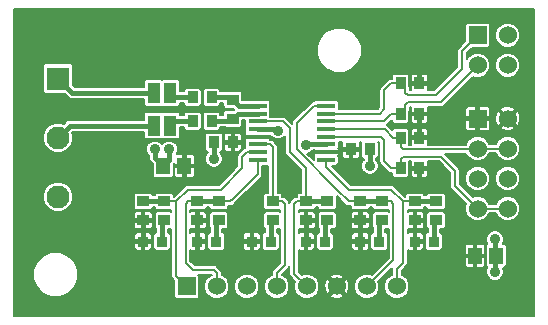
<source format=gtl>
G04 (created by PCBNEW-RS274X (2012-05-21 BZR 3261)-stable) date Thu 30 May 2013 11:23:39 PM PDT*
G01*
G70*
G90*
%MOIN*%
G04 Gerber Fmt 3.4, Leading zero omitted, Abs format*
%FSLAX34Y34*%
G04 APERTURE LIST*
%ADD10C,0.008000*%
%ADD11R,0.059100X0.017700*%
%ADD12R,0.035400X0.039400*%
%ADD13R,0.039400X0.035400*%
%ADD14R,0.035400X0.037400*%
%ADD15R,0.039400X0.037400*%
%ADD16R,0.037400X0.039400*%
%ADD17R,0.060000X0.060000*%
%ADD18C,0.060000*%
%ADD19R,0.045300X0.057100*%
%ADD20R,0.076800X0.076800*%
%ADD21C,0.076800*%
%ADD22R,0.043300X0.068900*%
%ADD23C,0.035000*%
%ADD24C,0.016000*%
G04 APERTURE END LIST*
G54D10*
G54D11*
X58701Y-35324D03*
X58701Y-35580D03*
X58701Y-35836D03*
X58701Y-36092D03*
X58701Y-36348D03*
X58701Y-36604D03*
X58701Y-36860D03*
X58701Y-37116D03*
X60985Y-37116D03*
X60985Y-36860D03*
X60985Y-36604D03*
X60985Y-36348D03*
X60985Y-36092D03*
X60985Y-35836D03*
X60985Y-35580D03*
X60985Y-35324D03*
G54D12*
X63465Y-35591D03*
X64095Y-35591D03*
G54D13*
X55590Y-39134D03*
X55590Y-38504D03*
X60315Y-38504D03*
X60315Y-39134D03*
X61024Y-39134D03*
X61024Y-38504D03*
X59212Y-39134D03*
X59212Y-38504D03*
X62127Y-38504D03*
X62127Y-39134D03*
X62835Y-39134D03*
X62835Y-38504D03*
G54D12*
X63465Y-34567D03*
X64095Y-34567D03*
G54D13*
X54882Y-38504D03*
X54882Y-39134D03*
G54D12*
X63465Y-36378D03*
X64095Y-36378D03*
X63465Y-37402D03*
X64095Y-37402D03*
G54D13*
X63938Y-38504D03*
X63938Y-39134D03*
X64647Y-39134D03*
X64647Y-38504D03*
X57402Y-39134D03*
X57402Y-38504D03*
X56693Y-38504D03*
X56693Y-39134D03*
G54D12*
X56535Y-35827D03*
X57165Y-35827D03*
X56535Y-35039D03*
X57165Y-35039D03*
G54D14*
X64568Y-39843D03*
X63938Y-39843D03*
X62757Y-39843D03*
X62127Y-39843D03*
X59134Y-39843D03*
X58504Y-39843D03*
X60945Y-39843D03*
X60315Y-39843D03*
X55512Y-39843D03*
X54882Y-39843D03*
X57323Y-39843D03*
X56693Y-39843D03*
G54D15*
X57874Y-35118D03*
X57874Y-35748D03*
G54D16*
X57874Y-36535D03*
X57244Y-36535D03*
X61811Y-36772D03*
X62441Y-36772D03*
G54D17*
X66035Y-35744D03*
G54D18*
X67035Y-35744D03*
X66035Y-36744D03*
X67035Y-36744D03*
X66035Y-37744D03*
X67035Y-37744D03*
X66035Y-38744D03*
X67035Y-38744D03*
G54D17*
X66035Y-32965D03*
G54D18*
X67035Y-32965D03*
X66035Y-33965D03*
X67035Y-33965D03*
G54D17*
X56343Y-41339D03*
G54D18*
X57343Y-41339D03*
X58343Y-41339D03*
X59343Y-41339D03*
X60343Y-41339D03*
X61343Y-41339D03*
X62343Y-41339D03*
X63343Y-41339D03*
G54D19*
X56260Y-37323D03*
X55552Y-37323D03*
G54D20*
X52047Y-34409D03*
G54D21*
X52047Y-36378D03*
X52047Y-38347D03*
G54D22*
X55788Y-34892D03*
X55788Y-35974D03*
X55236Y-34892D03*
X55236Y-35974D03*
G54D19*
X65945Y-40315D03*
X66653Y-40315D03*
G54D23*
X55276Y-36772D03*
X55748Y-36772D03*
X66614Y-40866D03*
X62441Y-37323D03*
X60315Y-36614D03*
X59370Y-36142D03*
X57244Y-37087D03*
X66614Y-39764D03*
G54D10*
X63622Y-35276D02*
X63701Y-35197D01*
X66035Y-33965D02*
X66035Y-33965D01*
X60985Y-35836D02*
X62905Y-35836D01*
X63701Y-35197D02*
X64803Y-35197D01*
X63622Y-35434D02*
X63622Y-35276D01*
X63150Y-35591D02*
X63465Y-35591D01*
X64803Y-35197D02*
X66035Y-33965D01*
X63622Y-35434D02*
X63465Y-35591D01*
X62905Y-35836D02*
X63150Y-35591D01*
X63622Y-34724D02*
X63622Y-34882D01*
X63465Y-34567D02*
X63622Y-34724D01*
X63150Y-34567D02*
X63465Y-34567D01*
X63701Y-34961D02*
X64645Y-34961D01*
X65512Y-33488D02*
X66035Y-32965D01*
X60985Y-35580D02*
X62766Y-35580D01*
X63622Y-34882D02*
X63701Y-34961D01*
X64645Y-34961D02*
X65512Y-34094D01*
X62913Y-35433D02*
X62913Y-34804D01*
X62913Y-34804D02*
X63150Y-34567D01*
X65512Y-34094D02*
X65512Y-33488D01*
X62766Y-35580D02*
X62913Y-35433D01*
X62343Y-41339D02*
X63228Y-40454D01*
X63150Y-38504D02*
X62835Y-38504D01*
X63228Y-38582D02*
X63150Y-38504D01*
X63228Y-40454D02*
X63228Y-38582D01*
X62127Y-38504D02*
X61733Y-38504D01*
X60582Y-35324D02*
X60985Y-35324D01*
X60582Y-35324D02*
X60000Y-35906D01*
X60000Y-36772D02*
X60000Y-35906D01*
X61338Y-38110D02*
X60000Y-36772D01*
X61339Y-38110D02*
X61338Y-38110D01*
X61733Y-38504D02*
X61339Y-38110D01*
G54D24*
X62127Y-38504D02*
X62835Y-38504D01*
G54D10*
X62127Y-38504D02*
X62126Y-38504D01*
X59764Y-36063D02*
X59764Y-36850D01*
X60343Y-41339D02*
X59921Y-40917D01*
X59921Y-38583D02*
X60000Y-38504D01*
X60000Y-38504D02*
X60315Y-38504D01*
X59921Y-40917D02*
X59921Y-38583D01*
X59537Y-35836D02*
X59764Y-36063D01*
X58701Y-35836D02*
X59449Y-35836D01*
X59449Y-35836D02*
X59458Y-35836D01*
X59537Y-35836D02*
X59449Y-35836D01*
X60315Y-38504D02*
X60315Y-37401D01*
X60315Y-37401D02*
X59764Y-36850D01*
G54D24*
X60315Y-38504D02*
X61024Y-38504D01*
G54D10*
X56378Y-38110D02*
X57481Y-38110D01*
X55984Y-38504D02*
X56378Y-38110D01*
X58701Y-36860D02*
X58337Y-36860D01*
X57481Y-38110D02*
X58189Y-37402D01*
X55984Y-38504D02*
X55590Y-38504D01*
X58337Y-36860D02*
X58189Y-37008D01*
X55984Y-40980D02*
X56343Y-41339D01*
X55984Y-38504D02*
X55984Y-40980D01*
G54D24*
X54882Y-38504D02*
X55590Y-38504D01*
G54D10*
X58189Y-37402D02*
X58189Y-37008D01*
X59212Y-37323D02*
X59213Y-37322D01*
X59528Y-38504D02*
X59212Y-38504D01*
X59124Y-36604D02*
X58701Y-36604D01*
X59212Y-38504D02*
X59212Y-37323D01*
X59213Y-36693D02*
X59124Y-36604D01*
X59606Y-40631D02*
X59606Y-38582D01*
X59213Y-37322D02*
X59213Y-36693D01*
X59343Y-40894D02*
X59606Y-40631D01*
X59343Y-41339D02*
X59343Y-40894D01*
X59606Y-38582D02*
X59528Y-38504D01*
X57874Y-38425D02*
X58701Y-37598D01*
X56299Y-40551D02*
X56299Y-38583D01*
X57795Y-38504D02*
X57874Y-38425D01*
X56535Y-40787D02*
X56299Y-40551D01*
X56299Y-38583D02*
X56378Y-38504D01*
G54D24*
X56693Y-38504D02*
X57402Y-38504D01*
G54D10*
X57874Y-38425D02*
X57874Y-38425D01*
X58701Y-37116D02*
X58701Y-37598D01*
X56378Y-38504D02*
X56693Y-38504D01*
X57795Y-38504D02*
X57402Y-38504D01*
X57343Y-41339D02*
X57343Y-40887D01*
X57343Y-40887D02*
X57243Y-40787D01*
X57243Y-40787D02*
X56535Y-40787D01*
X63465Y-37402D02*
X63150Y-37402D01*
X62913Y-37165D02*
X62913Y-36456D01*
X64804Y-37008D02*
X65276Y-37480D01*
X63465Y-37086D02*
X63543Y-37008D01*
X65276Y-37480D02*
X65276Y-37985D01*
X66035Y-38744D02*
X67035Y-38744D01*
X63150Y-37402D02*
X62913Y-37165D01*
X62805Y-36348D02*
X60985Y-36348D01*
X63465Y-37402D02*
X63465Y-37086D01*
X63543Y-37008D02*
X64804Y-37008D01*
X65276Y-37985D02*
X66035Y-38744D01*
X62805Y-36348D02*
X62913Y-36456D01*
X63465Y-36694D02*
X63543Y-36772D01*
X63465Y-36378D02*
X63465Y-36694D01*
X63465Y-36378D02*
X63229Y-36378D01*
X66007Y-36772D02*
X66035Y-36744D01*
X63543Y-36772D02*
X66007Y-36772D01*
X66035Y-36744D02*
X67035Y-36744D01*
X62943Y-36092D02*
X60985Y-36092D01*
X62943Y-36092D02*
X63229Y-36378D01*
G54D24*
X52530Y-34892D02*
X52047Y-34409D01*
X55236Y-34892D02*
X52530Y-34892D01*
X55236Y-35974D02*
X52451Y-35974D01*
X52451Y-35974D02*
X52047Y-36378D01*
G54D10*
X63543Y-40551D02*
X63543Y-38504D01*
X63343Y-41339D02*
X63343Y-40751D01*
X63343Y-40751D02*
X63543Y-40551D01*
X63938Y-38504D02*
X63543Y-38504D01*
X63543Y-38504D02*
X63149Y-38110D01*
X60985Y-37116D02*
X60985Y-37363D01*
X60985Y-37363D02*
X61732Y-38110D01*
G54D24*
X63938Y-38504D02*
X64647Y-38504D01*
G54D10*
X61732Y-38110D02*
X63149Y-38110D01*
G54D24*
X54882Y-39134D02*
X54882Y-39843D01*
X56693Y-39134D02*
X56693Y-39843D01*
X60315Y-39134D02*
X60315Y-39843D01*
X62127Y-39134D02*
X62127Y-39843D01*
X55552Y-37323D02*
X55276Y-37047D01*
X60325Y-36604D02*
X60315Y-36614D01*
X55552Y-37323D02*
X55748Y-37127D01*
X55748Y-37127D02*
X55748Y-36772D01*
X66653Y-40315D02*
X66614Y-40354D01*
X60985Y-36604D02*
X60325Y-36604D01*
X66614Y-40276D02*
X66614Y-39764D01*
X59320Y-36092D02*
X59370Y-36142D01*
X58701Y-36092D02*
X59320Y-36092D01*
X55276Y-37047D02*
X55276Y-36772D01*
X62441Y-36772D02*
X62441Y-37323D01*
X57244Y-36535D02*
X57244Y-37087D01*
X66614Y-40354D02*
X66614Y-40866D01*
X66653Y-40315D02*
X66614Y-40276D01*
X55935Y-35827D02*
X56535Y-35827D01*
X55788Y-35974D02*
X55935Y-35827D01*
X62757Y-39843D02*
X62757Y-39212D01*
X62757Y-39212D02*
X62835Y-39134D01*
X55788Y-34892D02*
X55935Y-35039D01*
X55935Y-35039D02*
X56535Y-35039D01*
X55512Y-39212D02*
X55590Y-39134D01*
X55512Y-39843D02*
X55512Y-39212D01*
X57323Y-39213D02*
X57402Y-39134D01*
X57323Y-39843D02*
X57323Y-39213D01*
X60945Y-39843D02*
X60945Y-39213D01*
X60945Y-39213D02*
X61024Y-39134D01*
X59134Y-39843D02*
X59134Y-39212D01*
X59134Y-39212D02*
X59212Y-39134D01*
X64568Y-39213D02*
X64647Y-39134D01*
X64568Y-39843D02*
X64568Y-39213D01*
X57165Y-35827D02*
X57795Y-35827D01*
X57795Y-35827D02*
X57874Y-35748D01*
X58701Y-35580D02*
X58042Y-35580D01*
X58042Y-35580D02*
X57874Y-35748D01*
X57795Y-35039D02*
X57874Y-35118D01*
X58701Y-35324D02*
X58080Y-35324D01*
X57165Y-35039D02*
X57795Y-35039D01*
X58080Y-35324D02*
X57874Y-35118D01*
G54D10*
G36*
X67915Y-42325D02*
X67455Y-42325D01*
X67455Y-38828D01*
X67455Y-38661D01*
X67455Y-37828D01*
X67455Y-37661D01*
X67391Y-37507D01*
X67273Y-37388D01*
X67119Y-37324D01*
X66952Y-37324D01*
X66798Y-37388D01*
X66679Y-37506D01*
X66615Y-37660D01*
X66615Y-37827D01*
X66679Y-37981D01*
X66797Y-38100D01*
X66951Y-38164D01*
X67118Y-38164D01*
X67272Y-38100D01*
X67391Y-37982D01*
X67455Y-37828D01*
X67455Y-38661D01*
X67391Y-38507D01*
X67273Y-38388D01*
X67119Y-38324D01*
X66952Y-38324D01*
X66798Y-38388D01*
X66679Y-38506D01*
X66646Y-38584D01*
X66455Y-38584D01*
X66455Y-37828D01*
X66455Y-37661D01*
X66391Y-37507D01*
X66273Y-37388D01*
X66119Y-37324D01*
X65952Y-37324D01*
X65798Y-37388D01*
X65679Y-37506D01*
X65615Y-37660D01*
X65615Y-37827D01*
X65679Y-37981D01*
X65797Y-38100D01*
X65951Y-38164D01*
X66118Y-38164D01*
X66272Y-38100D01*
X66391Y-37982D01*
X66455Y-37828D01*
X66455Y-38584D01*
X66423Y-38584D01*
X66391Y-38507D01*
X66273Y-38388D01*
X66119Y-38324D01*
X65952Y-38324D01*
X65873Y-38356D01*
X65436Y-37919D01*
X65436Y-37480D01*
X65424Y-37419D01*
X65423Y-37418D01*
X65389Y-37367D01*
X64954Y-36932D01*
X65658Y-36932D01*
X65679Y-36981D01*
X65797Y-37100D01*
X65951Y-37164D01*
X66118Y-37164D01*
X66272Y-37100D01*
X66391Y-36982D01*
X66423Y-36904D01*
X66647Y-36904D01*
X66679Y-36981D01*
X66797Y-37100D01*
X66951Y-37164D01*
X67118Y-37164D01*
X67272Y-37100D01*
X67391Y-36982D01*
X67455Y-36828D01*
X67455Y-36661D01*
X67455Y-34049D01*
X67455Y-33882D01*
X67455Y-33049D01*
X67455Y-32882D01*
X67391Y-32728D01*
X67273Y-32609D01*
X67119Y-32545D01*
X66952Y-32545D01*
X66798Y-32609D01*
X66679Y-32727D01*
X66615Y-32881D01*
X66615Y-33048D01*
X66679Y-33202D01*
X66797Y-33321D01*
X66951Y-33385D01*
X67118Y-33385D01*
X67272Y-33321D01*
X67391Y-33203D01*
X67455Y-33049D01*
X67455Y-33882D01*
X67391Y-33728D01*
X67273Y-33609D01*
X67119Y-33545D01*
X66952Y-33545D01*
X66798Y-33609D01*
X66679Y-33727D01*
X66615Y-33881D01*
X66615Y-34048D01*
X66679Y-34202D01*
X66797Y-34321D01*
X66951Y-34385D01*
X67118Y-34385D01*
X67272Y-34321D01*
X67391Y-34203D01*
X67455Y-34049D01*
X67455Y-36661D01*
X67451Y-36651D01*
X67451Y-35803D01*
X67442Y-35639D01*
X67397Y-35530D01*
X67337Y-35499D01*
X67280Y-35556D01*
X67280Y-35442D01*
X67249Y-35382D01*
X67094Y-35328D01*
X66930Y-35337D01*
X66821Y-35382D01*
X66790Y-35442D01*
X67035Y-35687D01*
X67280Y-35442D01*
X67280Y-35556D01*
X67092Y-35744D01*
X67337Y-35989D01*
X67397Y-35958D01*
X67451Y-35803D01*
X67451Y-36651D01*
X67391Y-36507D01*
X67280Y-36395D01*
X67280Y-36046D01*
X67035Y-35801D01*
X66978Y-35858D01*
X66978Y-35744D01*
X66733Y-35499D01*
X66673Y-35530D01*
X66619Y-35685D01*
X66628Y-35849D01*
X66673Y-35958D01*
X66733Y-35989D01*
X66978Y-35744D01*
X66978Y-35858D01*
X66790Y-36046D01*
X66821Y-36106D01*
X66976Y-36160D01*
X67140Y-36151D01*
X67249Y-36106D01*
X67280Y-36046D01*
X67280Y-36395D01*
X67273Y-36388D01*
X67119Y-36324D01*
X66952Y-36324D01*
X66798Y-36388D01*
X66679Y-36506D01*
X66646Y-36584D01*
X66455Y-36584D01*
X66455Y-36068D01*
X66455Y-36020D01*
X66455Y-35814D01*
X66455Y-35674D01*
X66455Y-35468D01*
X66455Y-35420D01*
X66437Y-35376D01*
X66403Y-35342D01*
X66359Y-35324D01*
X66105Y-35324D01*
X66075Y-35354D01*
X66075Y-35704D01*
X66425Y-35704D01*
X66455Y-35674D01*
X66455Y-35814D01*
X66425Y-35784D01*
X66075Y-35784D01*
X66075Y-36134D01*
X66105Y-36164D01*
X66359Y-36164D01*
X66403Y-36146D01*
X66437Y-36112D01*
X66455Y-36068D01*
X66455Y-36584D01*
X66423Y-36584D01*
X66391Y-36507D01*
X66273Y-36388D01*
X66119Y-36324D01*
X65995Y-36324D01*
X65995Y-36134D01*
X65995Y-35784D01*
X65995Y-35704D01*
X65995Y-35354D01*
X65965Y-35324D01*
X65711Y-35324D01*
X65667Y-35342D01*
X65633Y-35376D01*
X65615Y-35420D01*
X65615Y-35468D01*
X65615Y-35674D01*
X65645Y-35704D01*
X65995Y-35704D01*
X65995Y-35784D01*
X65645Y-35784D01*
X65615Y-35814D01*
X65615Y-36020D01*
X65615Y-36068D01*
X65633Y-36112D01*
X65667Y-36146D01*
X65711Y-36164D01*
X65965Y-36164D01*
X65995Y-36134D01*
X65995Y-36324D01*
X65952Y-36324D01*
X65798Y-36388D01*
X65679Y-36506D01*
X65634Y-36612D01*
X64386Y-36612D01*
X64392Y-36599D01*
X64392Y-36551D01*
X64392Y-36448D01*
X64392Y-36308D01*
X64392Y-36205D01*
X64392Y-36157D01*
X64392Y-35812D01*
X64392Y-35764D01*
X64392Y-35661D01*
X64362Y-35631D01*
X64135Y-35631D01*
X64135Y-35878D01*
X64165Y-35908D01*
X64296Y-35908D01*
X64340Y-35890D01*
X64374Y-35856D01*
X64392Y-35812D01*
X64392Y-36157D01*
X64374Y-36113D01*
X64340Y-36079D01*
X64296Y-36061D01*
X64165Y-36061D01*
X64135Y-36091D01*
X64135Y-36338D01*
X64362Y-36338D01*
X64392Y-36308D01*
X64392Y-36448D01*
X64362Y-36418D01*
X64175Y-36418D01*
X64135Y-36418D01*
X64055Y-36418D01*
X64055Y-36338D01*
X64055Y-36091D01*
X64055Y-35878D01*
X64055Y-35631D01*
X63828Y-35631D01*
X63798Y-35661D01*
X63798Y-35764D01*
X63798Y-35812D01*
X63816Y-35856D01*
X63850Y-35890D01*
X63894Y-35908D01*
X64025Y-35908D01*
X64055Y-35878D01*
X64055Y-36091D01*
X64025Y-36061D01*
X63894Y-36061D01*
X63850Y-36079D01*
X63816Y-36113D01*
X63798Y-36157D01*
X63798Y-36205D01*
X63798Y-36308D01*
X63828Y-36338D01*
X64055Y-36338D01*
X64055Y-36418D01*
X64015Y-36418D01*
X63828Y-36418D01*
X63798Y-36448D01*
X63798Y-36551D01*
X63798Y-36599D01*
X63803Y-36612D01*
X63756Y-36612D01*
X63762Y-36599D01*
X63762Y-36551D01*
X63762Y-36157D01*
X63744Y-36113D01*
X63710Y-36079D01*
X63666Y-36061D01*
X63618Y-36061D01*
X63264Y-36061D01*
X63220Y-36079D01*
X63188Y-36111D01*
X63056Y-35979D01*
X63015Y-35950D01*
X63018Y-35949D01*
X63168Y-35799D01*
X63168Y-35812D01*
X63186Y-35856D01*
X63220Y-35890D01*
X63264Y-35908D01*
X63312Y-35908D01*
X63666Y-35908D01*
X63710Y-35890D01*
X63744Y-35856D01*
X63762Y-35812D01*
X63762Y-35764D01*
X63762Y-35507D01*
X63762Y-35506D01*
X63770Y-35496D01*
X63770Y-35495D01*
X63782Y-35434D01*
X63782Y-35357D01*
X63803Y-35357D01*
X63798Y-35370D01*
X63798Y-35418D01*
X63798Y-35521D01*
X63828Y-35551D01*
X64015Y-35551D01*
X64055Y-35551D01*
X64135Y-35551D01*
X64175Y-35551D01*
X64362Y-35551D01*
X64392Y-35521D01*
X64392Y-35418D01*
X64392Y-35370D01*
X64386Y-35357D01*
X64803Y-35357D01*
X64864Y-35345D01*
X64865Y-35345D01*
X64916Y-35310D01*
X65873Y-34352D01*
X65951Y-34385D01*
X66118Y-34385D01*
X66272Y-34321D01*
X66391Y-34203D01*
X66455Y-34049D01*
X66455Y-33882D01*
X66391Y-33728D01*
X66273Y-33609D01*
X66119Y-33545D01*
X65952Y-33545D01*
X65798Y-33609D01*
X65679Y-33727D01*
X65672Y-33743D01*
X65672Y-33554D01*
X65841Y-33385D01*
X66359Y-33385D01*
X66403Y-33367D01*
X66437Y-33333D01*
X66455Y-33289D01*
X66455Y-33241D01*
X66455Y-32641D01*
X66437Y-32597D01*
X66403Y-32563D01*
X66359Y-32545D01*
X66311Y-32545D01*
X65711Y-32545D01*
X65667Y-32563D01*
X65633Y-32597D01*
X65615Y-32641D01*
X65615Y-32689D01*
X65615Y-33158D01*
X65399Y-33375D01*
X65364Y-33426D01*
X65352Y-33488D01*
X65352Y-34028D01*
X64579Y-34801D01*
X64386Y-34801D01*
X64392Y-34788D01*
X64392Y-34740D01*
X64392Y-34637D01*
X64392Y-34497D01*
X64392Y-34394D01*
X64392Y-34346D01*
X64374Y-34302D01*
X64340Y-34268D01*
X64296Y-34250D01*
X64165Y-34250D01*
X64135Y-34280D01*
X64135Y-34527D01*
X64362Y-34527D01*
X64392Y-34497D01*
X64392Y-34637D01*
X64362Y-34607D01*
X64175Y-34607D01*
X64135Y-34607D01*
X64055Y-34607D01*
X64055Y-34527D01*
X64055Y-34280D01*
X64025Y-34250D01*
X63894Y-34250D01*
X63850Y-34268D01*
X63816Y-34302D01*
X63798Y-34346D01*
X63798Y-34394D01*
X63798Y-34497D01*
X63828Y-34527D01*
X64055Y-34527D01*
X64055Y-34607D01*
X64015Y-34607D01*
X63828Y-34607D01*
X63798Y-34637D01*
X63798Y-34740D01*
X63798Y-34788D01*
X63803Y-34801D01*
X63782Y-34801D01*
X63782Y-34724D01*
X63770Y-34663D01*
X63770Y-34662D01*
X63762Y-34651D01*
X63762Y-34650D01*
X63762Y-34346D01*
X63744Y-34302D01*
X63710Y-34268D01*
X63666Y-34250D01*
X63618Y-34250D01*
X63264Y-34250D01*
X63220Y-34268D01*
X63186Y-34302D01*
X63168Y-34346D01*
X63168Y-34394D01*
X63168Y-34407D01*
X63150Y-34407D01*
X63088Y-34419D01*
X63037Y-34454D01*
X62800Y-34691D01*
X62765Y-34742D01*
X62753Y-34804D01*
X62753Y-35366D01*
X62699Y-35420D01*
X62166Y-35420D01*
X62166Y-33615D01*
X62166Y-33317D01*
X62052Y-33042D01*
X61842Y-32831D01*
X61567Y-32716D01*
X61269Y-32716D01*
X60994Y-32830D01*
X60783Y-33040D01*
X60668Y-33315D01*
X60668Y-33613D01*
X60782Y-33888D01*
X60992Y-34099D01*
X61267Y-34214D01*
X61565Y-34214D01*
X61840Y-34100D01*
X62051Y-33890D01*
X62166Y-33615D01*
X62166Y-35420D01*
X61400Y-35420D01*
X61400Y-35388D01*
X61400Y-35212D01*
X61382Y-35168D01*
X61348Y-35134D01*
X61304Y-35116D01*
X61256Y-35116D01*
X60666Y-35116D01*
X60622Y-35134D01*
X60592Y-35164D01*
X60582Y-35164D01*
X60520Y-35176D01*
X60469Y-35211D01*
X59887Y-35793D01*
X59852Y-35844D01*
X59840Y-35906D01*
X59840Y-35913D01*
X59650Y-35723D01*
X59599Y-35688D01*
X59537Y-35676D01*
X59458Y-35676D01*
X59449Y-35676D01*
X59116Y-35676D01*
X59116Y-35644D01*
X59116Y-35468D01*
X59109Y-35452D01*
X59116Y-35436D01*
X59116Y-35388D01*
X59116Y-35212D01*
X59098Y-35168D01*
X59064Y-35134D01*
X59020Y-35116D01*
X58972Y-35116D01*
X58382Y-35116D01*
X58362Y-35124D01*
X58191Y-35124D01*
X58191Y-34907D01*
X58173Y-34863D01*
X58139Y-34829D01*
X58095Y-34811D01*
X58047Y-34811D01*
X57653Y-34811D01*
X57609Y-34829D01*
X57599Y-34839D01*
X57462Y-34839D01*
X57462Y-34818D01*
X57444Y-34774D01*
X57410Y-34740D01*
X57366Y-34722D01*
X57318Y-34722D01*
X56964Y-34722D01*
X56920Y-34740D01*
X56886Y-34774D01*
X56868Y-34818D01*
X56868Y-34866D01*
X56868Y-35260D01*
X56886Y-35304D01*
X56920Y-35338D01*
X56964Y-35356D01*
X57012Y-35356D01*
X57366Y-35356D01*
X57410Y-35338D01*
X57444Y-35304D01*
X57462Y-35260D01*
X57462Y-35239D01*
X57557Y-35239D01*
X57557Y-35329D01*
X57575Y-35373D01*
X57609Y-35407D01*
X57653Y-35425D01*
X57701Y-35425D01*
X57898Y-35425D01*
X57907Y-35434D01*
X57900Y-35439D01*
X57898Y-35441D01*
X57653Y-35441D01*
X57609Y-35459D01*
X57575Y-35493D01*
X57557Y-35537D01*
X57557Y-35585D01*
X57557Y-35627D01*
X57462Y-35627D01*
X57462Y-35606D01*
X57444Y-35562D01*
X57410Y-35528D01*
X57366Y-35510D01*
X57318Y-35510D01*
X56964Y-35510D01*
X56920Y-35528D01*
X56886Y-35562D01*
X56868Y-35606D01*
X56868Y-35654D01*
X56868Y-36048D01*
X56886Y-36092D01*
X56920Y-36126D01*
X56964Y-36144D01*
X57012Y-36144D01*
X57366Y-36144D01*
X57410Y-36126D01*
X57444Y-36092D01*
X57462Y-36048D01*
X57462Y-36027D01*
X57599Y-36027D01*
X57609Y-36037D01*
X57653Y-36055D01*
X57701Y-36055D01*
X58095Y-36055D01*
X58139Y-36037D01*
X58173Y-36003D01*
X58191Y-35959D01*
X58191Y-35911D01*
X58191Y-35780D01*
X58286Y-35780D01*
X58286Y-35948D01*
X58292Y-35964D01*
X58286Y-35980D01*
X58286Y-36028D01*
X58286Y-36204D01*
X58292Y-36220D01*
X58286Y-36236D01*
X58286Y-36278D01*
X58316Y-36308D01*
X58621Y-36308D01*
X58661Y-36308D01*
X58741Y-36308D01*
X58781Y-36308D01*
X59086Y-36308D01*
X59102Y-36292D01*
X59114Y-36292D01*
X59121Y-36308D01*
X59203Y-36391D01*
X59311Y-36436D01*
X59428Y-36436D01*
X59536Y-36391D01*
X59604Y-36323D01*
X59604Y-36850D01*
X59616Y-36912D01*
X59651Y-36963D01*
X60155Y-37467D01*
X60155Y-38207D01*
X60094Y-38207D01*
X60050Y-38225D01*
X60016Y-38259D01*
X59998Y-38303D01*
X59998Y-38344D01*
X59939Y-38356D01*
X59921Y-38368D01*
X59886Y-38391D01*
X59808Y-38470D01*
X59773Y-38521D01*
X59763Y-38569D01*
X59754Y-38521D01*
X59754Y-38520D01*
X59719Y-38469D01*
X59641Y-38391D01*
X59590Y-38356D01*
X59529Y-38344D01*
X59529Y-38303D01*
X59511Y-38259D01*
X59477Y-38225D01*
X59433Y-38207D01*
X59385Y-38207D01*
X59372Y-38207D01*
X59372Y-37327D01*
X59372Y-37326D01*
X59372Y-37323D01*
X59373Y-37322D01*
X59373Y-36693D01*
X59372Y-36692D01*
X59361Y-36632D01*
X59360Y-36631D01*
X59348Y-36614D01*
X59326Y-36580D01*
X59326Y-36579D01*
X59237Y-36491D01*
X59186Y-36456D01*
X59124Y-36444D01*
X59116Y-36444D01*
X59116Y-36418D01*
X59086Y-36388D01*
X58781Y-36388D01*
X58741Y-36388D01*
X58661Y-36388D01*
X58621Y-36388D01*
X58316Y-36388D01*
X58286Y-36418D01*
X58286Y-36460D01*
X58292Y-36476D01*
X58286Y-36492D01*
X58286Y-36540D01*
X58286Y-36709D01*
X58275Y-36712D01*
X58224Y-36747D01*
X58181Y-36790D01*
X58181Y-36756D01*
X58181Y-36708D01*
X58181Y-36605D01*
X58181Y-36465D01*
X58181Y-36362D01*
X58181Y-36314D01*
X58163Y-36270D01*
X58129Y-36236D01*
X58085Y-36218D01*
X57944Y-36218D01*
X57914Y-36248D01*
X57914Y-36495D01*
X58151Y-36495D01*
X58181Y-36465D01*
X58181Y-36605D01*
X58151Y-36575D01*
X57914Y-36575D01*
X57914Y-36822D01*
X57944Y-36852D01*
X58085Y-36852D01*
X58129Y-36834D01*
X58163Y-36800D01*
X58181Y-36756D01*
X58181Y-36790D01*
X58076Y-36895D01*
X58041Y-36946D01*
X58029Y-37008D01*
X58029Y-37336D01*
X57834Y-37531D01*
X57834Y-36822D01*
X57834Y-36575D01*
X57834Y-36495D01*
X57834Y-36248D01*
X57804Y-36218D01*
X57663Y-36218D01*
X57619Y-36236D01*
X57585Y-36270D01*
X57567Y-36314D01*
X57567Y-36362D01*
X57567Y-36465D01*
X57597Y-36495D01*
X57834Y-36495D01*
X57834Y-36575D01*
X57597Y-36575D01*
X57567Y-36605D01*
X57567Y-36708D01*
X57567Y-36756D01*
X57585Y-36800D01*
X57619Y-36834D01*
X57663Y-36852D01*
X57804Y-36852D01*
X57834Y-36822D01*
X57834Y-37531D01*
X57551Y-37814D01*
X57551Y-36756D01*
X57551Y-36708D01*
X57551Y-36314D01*
X57533Y-36270D01*
X57499Y-36236D01*
X57455Y-36218D01*
X57407Y-36218D01*
X57033Y-36218D01*
X56989Y-36236D01*
X56955Y-36270D01*
X56937Y-36314D01*
X56937Y-36362D01*
X56937Y-36756D01*
X56955Y-36800D01*
X56989Y-36834D01*
X57033Y-36852D01*
X57044Y-36852D01*
X57044Y-36871D01*
X56995Y-36920D01*
X56950Y-37028D01*
X56950Y-37145D01*
X56995Y-37253D01*
X57077Y-37336D01*
X57185Y-37381D01*
X57302Y-37381D01*
X57410Y-37336D01*
X57493Y-37254D01*
X57538Y-37146D01*
X57538Y-37029D01*
X57493Y-36921D01*
X57444Y-36871D01*
X57444Y-36852D01*
X57455Y-36852D01*
X57499Y-36834D01*
X57533Y-36800D01*
X57551Y-36756D01*
X57551Y-37814D01*
X57415Y-37950D01*
X56832Y-37950D01*
X56832Y-36048D01*
X56832Y-36000D01*
X56832Y-35606D01*
X56832Y-35260D01*
X56832Y-35212D01*
X56832Y-34818D01*
X56814Y-34774D01*
X56780Y-34740D01*
X56736Y-34722D01*
X56688Y-34722D01*
X56334Y-34722D01*
X56290Y-34740D01*
X56256Y-34774D01*
X56238Y-34818D01*
X56238Y-34839D01*
X56124Y-34839D01*
X56124Y-34524D01*
X56106Y-34480D01*
X56072Y-34446D01*
X56028Y-34428D01*
X55980Y-34428D01*
X55548Y-34428D01*
X55512Y-34442D01*
X55476Y-34428D01*
X55428Y-34428D01*
X54996Y-34428D01*
X54952Y-34446D01*
X54918Y-34480D01*
X54900Y-34524D01*
X54900Y-34572D01*
X54900Y-34692D01*
X52612Y-34692D01*
X52551Y-34631D01*
X52551Y-34001D01*
X52533Y-33957D01*
X52499Y-33923D01*
X52455Y-33905D01*
X52407Y-33905D01*
X51639Y-33905D01*
X51595Y-33923D01*
X51561Y-33957D01*
X51543Y-34001D01*
X51543Y-34049D01*
X51543Y-34817D01*
X51561Y-34861D01*
X51595Y-34895D01*
X51639Y-34913D01*
X51687Y-34913D01*
X52269Y-34913D01*
X52389Y-35033D01*
X52453Y-35077D01*
X52454Y-35077D01*
X52530Y-35092D01*
X54900Y-35092D01*
X54900Y-35260D01*
X54918Y-35304D01*
X54952Y-35338D01*
X54996Y-35356D01*
X55044Y-35356D01*
X55476Y-35356D01*
X55512Y-35341D01*
X55548Y-35356D01*
X55596Y-35356D01*
X56028Y-35356D01*
X56072Y-35338D01*
X56106Y-35304D01*
X56124Y-35260D01*
X56124Y-35239D01*
X56238Y-35239D01*
X56238Y-35260D01*
X56256Y-35304D01*
X56290Y-35338D01*
X56334Y-35356D01*
X56382Y-35356D01*
X56736Y-35356D01*
X56780Y-35338D01*
X56814Y-35304D01*
X56832Y-35260D01*
X56832Y-35606D01*
X56814Y-35562D01*
X56780Y-35528D01*
X56736Y-35510D01*
X56688Y-35510D01*
X56334Y-35510D01*
X56290Y-35528D01*
X56256Y-35562D01*
X56238Y-35606D01*
X56238Y-35627D01*
X56124Y-35627D01*
X56124Y-35606D01*
X56106Y-35562D01*
X56072Y-35528D01*
X56028Y-35510D01*
X55980Y-35510D01*
X55548Y-35510D01*
X55512Y-35524D01*
X55476Y-35510D01*
X55428Y-35510D01*
X54996Y-35510D01*
X54952Y-35528D01*
X54918Y-35562D01*
X54900Y-35606D01*
X54900Y-35654D01*
X54900Y-35774D01*
X52451Y-35774D01*
X52374Y-35789D01*
X52309Y-35833D01*
X52231Y-35910D01*
X52147Y-35875D01*
X51947Y-35875D01*
X51762Y-35952D01*
X51621Y-36093D01*
X51544Y-36278D01*
X51544Y-36478D01*
X51621Y-36663D01*
X51762Y-36804D01*
X51947Y-36881D01*
X52147Y-36881D01*
X52332Y-36804D01*
X52473Y-36663D01*
X52550Y-36478D01*
X52550Y-36278D01*
X52514Y-36193D01*
X52533Y-36174D01*
X54900Y-36174D01*
X54900Y-36342D01*
X54918Y-36386D01*
X54952Y-36420D01*
X54996Y-36438D01*
X55044Y-36438D01*
X55476Y-36438D01*
X55512Y-36423D01*
X55548Y-36438D01*
X55596Y-36438D01*
X56028Y-36438D01*
X56072Y-36420D01*
X56106Y-36386D01*
X56124Y-36342D01*
X56124Y-36294D01*
X56124Y-36027D01*
X56238Y-36027D01*
X56238Y-36048D01*
X56256Y-36092D01*
X56290Y-36126D01*
X56334Y-36144D01*
X56382Y-36144D01*
X56736Y-36144D01*
X56780Y-36126D01*
X56814Y-36092D01*
X56832Y-36048D01*
X56832Y-37950D01*
X56606Y-37950D01*
X56606Y-37632D01*
X56606Y-37584D01*
X56606Y-37393D01*
X56606Y-37253D01*
X56606Y-37062D01*
X56606Y-37014D01*
X56588Y-36970D01*
X56554Y-36936D01*
X56510Y-36918D01*
X56330Y-36918D01*
X56300Y-36948D01*
X56300Y-37283D01*
X56576Y-37283D01*
X56606Y-37253D01*
X56606Y-37393D01*
X56576Y-37363D01*
X56300Y-37363D01*
X56300Y-37698D01*
X56330Y-37728D01*
X56510Y-37728D01*
X56554Y-37710D01*
X56588Y-37676D01*
X56606Y-37632D01*
X56606Y-37950D01*
X56378Y-37950D01*
X56316Y-37962D01*
X56265Y-37997D01*
X56220Y-38042D01*
X56220Y-37698D01*
X56220Y-37363D01*
X56220Y-37283D01*
X56220Y-36948D01*
X56190Y-36918D01*
X56010Y-36918D01*
X56004Y-36920D01*
X56042Y-36831D01*
X56042Y-36714D01*
X55997Y-36606D01*
X55915Y-36523D01*
X55807Y-36478D01*
X55690Y-36478D01*
X55582Y-36523D01*
X55511Y-36592D01*
X55443Y-36523D01*
X55335Y-36478D01*
X55218Y-36478D01*
X55110Y-36523D01*
X55027Y-36605D01*
X54982Y-36713D01*
X54982Y-36830D01*
X55027Y-36938D01*
X55076Y-36987D01*
X55076Y-37047D01*
X55091Y-37124D01*
X55135Y-37188D01*
X55206Y-37259D01*
X55206Y-37632D01*
X55224Y-37676D01*
X55258Y-37710D01*
X55302Y-37728D01*
X55350Y-37728D01*
X55802Y-37728D01*
X55846Y-37710D01*
X55880Y-37676D01*
X55898Y-37632D01*
X55898Y-37584D01*
X55898Y-37255D01*
X55898Y-37254D01*
X55911Y-37236D01*
X55914Y-37231D01*
X55914Y-37253D01*
X55944Y-37283D01*
X56220Y-37283D01*
X56220Y-37363D01*
X55944Y-37363D01*
X55914Y-37393D01*
X55914Y-37584D01*
X55914Y-37632D01*
X55932Y-37676D01*
X55966Y-37710D01*
X56010Y-37728D01*
X56190Y-37728D01*
X56220Y-37698D01*
X56220Y-38042D01*
X55918Y-38344D01*
X55907Y-38344D01*
X55907Y-38303D01*
X55889Y-38259D01*
X55855Y-38225D01*
X55811Y-38207D01*
X55763Y-38207D01*
X55369Y-38207D01*
X55325Y-38225D01*
X55291Y-38259D01*
X55273Y-38303D01*
X55273Y-38304D01*
X55199Y-38304D01*
X55199Y-38303D01*
X55181Y-38259D01*
X55147Y-38225D01*
X55103Y-38207D01*
X55055Y-38207D01*
X54661Y-38207D01*
X54617Y-38225D01*
X54583Y-38259D01*
X54565Y-38303D01*
X54565Y-38351D01*
X54565Y-38705D01*
X54583Y-38749D01*
X54617Y-38783D01*
X54661Y-38801D01*
X54709Y-38801D01*
X55103Y-38801D01*
X55147Y-38783D01*
X55181Y-38749D01*
X55199Y-38705D01*
X55199Y-38704D01*
X55273Y-38704D01*
X55273Y-38705D01*
X55291Y-38749D01*
X55325Y-38783D01*
X55369Y-38801D01*
X55417Y-38801D01*
X55811Y-38801D01*
X55824Y-38795D01*
X55824Y-38842D01*
X55811Y-38837D01*
X55763Y-38837D01*
X55369Y-38837D01*
X55325Y-38855D01*
X55291Y-38889D01*
X55273Y-38933D01*
X55273Y-38981D01*
X55273Y-39335D01*
X55291Y-39379D01*
X55312Y-39400D01*
X55312Y-39536D01*
X55311Y-39536D01*
X55267Y-39554D01*
X55233Y-39588D01*
X55215Y-39632D01*
X55215Y-39680D01*
X55215Y-40054D01*
X55233Y-40098D01*
X55267Y-40132D01*
X55311Y-40150D01*
X55359Y-40150D01*
X55713Y-40150D01*
X55757Y-40132D01*
X55791Y-40098D01*
X55809Y-40054D01*
X55809Y-40006D01*
X55809Y-39632D01*
X55791Y-39588D01*
X55757Y-39554D01*
X55713Y-39536D01*
X55712Y-39536D01*
X55712Y-39431D01*
X55811Y-39431D01*
X55824Y-39425D01*
X55824Y-40980D01*
X55836Y-41042D01*
X55871Y-41093D01*
X55923Y-41145D01*
X55923Y-41663D01*
X55941Y-41707D01*
X55975Y-41741D01*
X56019Y-41759D01*
X56067Y-41759D01*
X56667Y-41759D01*
X56711Y-41741D01*
X56745Y-41707D01*
X56763Y-41663D01*
X56763Y-41615D01*
X56763Y-41015D01*
X56745Y-40971D01*
X56721Y-40947D01*
X57177Y-40947D01*
X57181Y-40951D01*
X57106Y-40983D01*
X56987Y-41101D01*
X56923Y-41255D01*
X56923Y-41422D01*
X56987Y-41576D01*
X57105Y-41695D01*
X57259Y-41759D01*
X57426Y-41759D01*
X57580Y-41695D01*
X57699Y-41577D01*
X57763Y-41423D01*
X57763Y-41256D01*
X57719Y-41150D01*
X57719Y-39335D01*
X57719Y-39287D01*
X57719Y-38933D01*
X57701Y-38889D01*
X57667Y-38855D01*
X57623Y-38837D01*
X57575Y-38837D01*
X57181Y-38837D01*
X57137Y-38855D01*
X57103Y-38889D01*
X57085Y-38933D01*
X57085Y-38981D01*
X57085Y-39335D01*
X57103Y-39379D01*
X57123Y-39399D01*
X57123Y-39536D01*
X57122Y-39536D01*
X57078Y-39554D01*
X57044Y-39588D01*
X57026Y-39632D01*
X57026Y-39680D01*
X57026Y-40054D01*
X57044Y-40098D01*
X57078Y-40132D01*
X57122Y-40150D01*
X57170Y-40150D01*
X57524Y-40150D01*
X57568Y-40132D01*
X57602Y-40098D01*
X57620Y-40054D01*
X57620Y-40006D01*
X57620Y-39632D01*
X57602Y-39588D01*
X57568Y-39554D01*
X57524Y-39536D01*
X57523Y-39536D01*
X57523Y-39431D01*
X57623Y-39431D01*
X57667Y-39413D01*
X57701Y-39379D01*
X57719Y-39335D01*
X57719Y-41150D01*
X57699Y-41102D01*
X57581Y-40983D01*
X57503Y-40950D01*
X57503Y-40887D01*
X57491Y-40826D01*
X57490Y-40825D01*
X57456Y-40774D01*
X57356Y-40674D01*
X57305Y-40639D01*
X57243Y-40627D01*
X57010Y-40627D01*
X57010Y-39335D01*
X57010Y-39204D01*
X57010Y-39064D01*
X57010Y-38933D01*
X56992Y-38889D01*
X56958Y-38855D01*
X56914Y-38837D01*
X56866Y-38837D01*
X56763Y-38837D01*
X56733Y-38867D01*
X56733Y-39094D01*
X56980Y-39094D01*
X57010Y-39064D01*
X57010Y-39204D01*
X56980Y-39174D01*
X56733Y-39174D01*
X56733Y-39401D01*
X56763Y-39431D01*
X56866Y-39431D01*
X56914Y-39431D01*
X56958Y-39413D01*
X56992Y-39379D01*
X57010Y-39335D01*
X57010Y-40627D01*
X56990Y-40627D01*
X56990Y-40054D01*
X56990Y-40006D01*
X56990Y-39913D01*
X56990Y-39773D01*
X56990Y-39680D01*
X56990Y-39632D01*
X56972Y-39588D01*
X56938Y-39554D01*
X56894Y-39536D01*
X56763Y-39536D01*
X56733Y-39566D01*
X56733Y-39803D01*
X56960Y-39803D01*
X56990Y-39773D01*
X56990Y-39913D01*
X56960Y-39883D01*
X56733Y-39883D01*
X56733Y-40120D01*
X56763Y-40150D01*
X56894Y-40150D01*
X56938Y-40132D01*
X56972Y-40098D01*
X56990Y-40054D01*
X56990Y-40627D01*
X56601Y-40627D01*
X56459Y-40484D01*
X56459Y-40136D01*
X56492Y-40150D01*
X56623Y-40150D01*
X56653Y-40120D01*
X56653Y-39923D01*
X56653Y-39883D01*
X56653Y-39803D01*
X56653Y-39763D01*
X56653Y-39566D01*
X56623Y-39536D01*
X56492Y-39536D01*
X56459Y-39549D01*
X56459Y-39425D01*
X56472Y-39431D01*
X56520Y-39431D01*
X56623Y-39431D01*
X56653Y-39401D01*
X56653Y-39214D01*
X56653Y-39174D01*
X56653Y-39094D01*
X56653Y-39054D01*
X56653Y-38867D01*
X56623Y-38837D01*
X56520Y-38837D01*
X56472Y-38837D01*
X56459Y-38842D01*
X56459Y-38795D01*
X56472Y-38801D01*
X56520Y-38801D01*
X56914Y-38801D01*
X56958Y-38783D01*
X56992Y-38749D01*
X57010Y-38705D01*
X57010Y-38704D01*
X57085Y-38704D01*
X57085Y-38705D01*
X57103Y-38749D01*
X57137Y-38783D01*
X57181Y-38801D01*
X57229Y-38801D01*
X57623Y-38801D01*
X57667Y-38783D01*
X57701Y-38749D01*
X57719Y-38705D01*
X57719Y-38664D01*
X57795Y-38664D01*
X57856Y-38652D01*
X57857Y-38652D01*
X57908Y-38617D01*
X57987Y-38539D01*
X57987Y-38538D01*
X57988Y-38536D01*
X58814Y-37712D01*
X58814Y-37711D01*
X58836Y-37677D01*
X58848Y-37660D01*
X58849Y-37659D01*
X58860Y-37598D01*
X58861Y-37598D01*
X58861Y-37324D01*
X59020Y-37324D01*
X59053Y-37310D01*
X59053Y-37317D01*
X59052Y-37323D01*
X59052Y-38207D01*
X58991Y-38207D01*
X58947Y-38225D01*
X58913Y-38259D01*
X58895Y-38303D01*
X58895Y-38351D01*
X58895Y-38705D01*
X58913Y-38749D01*
X58947Y-38783D01*
X58991Y-38801D01*
X59039Y-38801D01*
X59433Y-38801D01*
X59446Y-38795D01*
X59446Y-38842D01*
X59433Y-38837D01*
X59385Y-38837D01*
X58991Y-38837D01*
X58947Y-38855D01*
X58913Y-38889D01*
X58895Y-38933D01*
X58895Y-38981D01*
X58895Y-39335D01*
X58913Y-39379D01*
X58934Y-39400D01*
X58934Y-39536D01*
X58933Y-39536D01*
X58889Y-39554D01*
X58855Y-39588D01*
X58837Y-39632D01*
X58837Y-39680D01*
X58837Y-40054D01*
X58855Y-40098D01*
X58889Y-40132D01*
X58933Y-40150D01*
X58981Y-40150D01*
X59335Y-40150D01*
X59379Y-40132D01*
X59413Y-40098D01*
X59431Y-40054D01*
X59431Y-40006D01*
X59431Y-39632D01*
X59413Y-39588D01*
X59379Y-39554D01*
X59335Y-39536D01*
X59334Y-39536D01*
X59334Y-39431D01*
X59433Y-39431D01*
X59446Y-39425D01*
X59446Y-40565D01*
X59230Y-40781D01*
X59195Y-40832D01*
X59183Y-40894D01*
X59183Y-40951D01*
X59106Y-40983D01*
X58987Y-41101D01*
X58923Y-41255D01*
X58923Y-41422D01*
X58987Y-41576D01*
X59105Y-41695D01*
X59259Y-41759D01*
X59426Y-41759D01*
X59580Y-41695D01*
X59699Y-41577D01*
X59763Y-41423D01*
X59763Y-41256D01*
X59699Y-41102D01*
X59581Y-40983D01*
X59509Y-40953D01*
X59718Y-40745D01*
X59718Y-40744D01*
X59719Y-40744D01*
X59753Y-40693D01*
X59754Y-40692D01*
X59761Y-40656D01*
X59761Y-40917D01*
X59773Y-40979D01*
X59808Y-41030D01*
X59955Y-41177D01*
X59923Y-41255D01*
X59923Y-41422D01*
X59987Y-41576D01*
X60105Y-41695D01*
X60259Y-41759D01*
X60426Y-41759D01*
X60580Y-41695D01*
X60699Y-41577D01*
X60763Y-41423D01*
X60763Y-41256D01*
X60699Y-41102D01*
X60632Y-41034D01*
X60632Y-39335D01*
X60632Y-39204D01*
X60632Y-39064D01*
X60632Y-38933D01*
X60614Y-38889D01*
X60580Y-38855D01*
X60536Y-38837D01*
X60488Y-38837D01*
X60385Y-38837D01*
X60355Y-38867D01*
X60355Y-39094D01*
X60602Y-39094D01*
X60632Y-39064D01*
X60632Y-39204D01*
X60602Y-39174D01*
X60355Y-39174D01*
X60355Y-39401D01*
X60385Y-39431D01*
X60488Y-39431D01*
X60536Y-39431D01*
X60580Y-39413D01*
X60614Y-39379D01*
X60632Y-39335D01*
X60632Y-41034D01*
X60612Y-41014D01*
X60612Y-40054D01*
X60612Y-40006D01*
X60612Y-39913D01*
X60612Y-39773D01*
X60612Y-39680D01*
X60612Y-39632D01*
X60594Y-39588D01*
X60560Y-39554D01*
X60516Y-39536D01*
X60385Y-39536D01*
X60355Y-39566D01*
X60355Y-39803D01*
X60582Y-39803D01*
X60612Y-39773D01*
X60612Y-39913D01*
X60582Y-39883D01*
X60355Y-39883D01*
X60355Y-40120D01*
X60385Y-40150D01*
X60516Y-40150D01*
X60560Y-40132D01*
X60594Y-40098D01*
X60612Y-40054D01*
X60612Y-41014D01*
X60581Y-40983D01*
X60427Y-40919D01*
X60260Y-40919D01*
X60181Y-40951D01*
X60081Y-40850D01*
X60081Y-40136D01*
X60114Y-40150D01*
X60245Y-40150D01*
X60275Y-40120D01*
X60275Y-39923D01*
X60275Y-39883D01*
X60275Y-39803D01*
X60275Y-39763D01*
X60275Y-39566D01*
X60245Y-39536D01*
X60114Y-39536D01*
X60081Y-39549D01*
X60081Y-39425D01*
X60094Y-39431D01*
X60142Y-39431D01*
X60245Y-39431D01*
X60275Y-39401D01*
X60275Y-39214D01*
X60275Y-39174D01*
X60275Y-39094D01*
X60275Y-39054D01*
X60275Y-38867D01*
X60245Y-38837D01*
X60142Y-38837D01*
X60094Y-38837D01*
X60081Y-38842D01*
X60081Y-38795D01*
X60094Y-38801D01*
X60142Y-38801D01*
X60536Y-38801D01*
X60580Y-38783D01*
X60614Y-38749D01*
X60632Y-38705D01*
X60632Y-38704D01*
X60707Y-38704D01*
X60707Y-38705D01*
X60725Y-38749D01*
X60759Y-38783D01*
X60803Y-38801D01*
X60851Y-38801D01*
X61245Y-38801D01*
X61289Y-38783D01*
X61323Y-38749D01*
X61341Y-38705D01*
X61341Y-38657D01*
X61341Y-38338D01*
X61620Y-38617D01*
X61671Y-38652D01*
X61672Y-38652D01*
X61733Y-38664D01*
X61810Y-38664D01*
X61810Y-38705D01*
X61828Y-38749D01*
X61862Y-38783D01*
X61906Y-38801D01*
X61954Y-38801D01*
X62348Y-38801D01*
X62392Y-38783D01*
X62426Y-38749D01*
X62444Y-38705D01*
X62444Y-38704D01*
X62518Y-38704D01*
X62518Y-38705D01*
X62536Y-38749D01*
X62570Y-38783D01*
X62614Y-38801D01*
X62662Y-38801D01*
X63056Y-38801D01*
X63068Y-38796D01*
X63068Y-38841D01*
X63056Y-38837D01*
X63008Y-38837D01*
X62614Y-38837D01*
X62570Y-38855D01*
X62536Y-38889D01*
X62518Y-38933D01*
X62518Y-38981D01*
X62518Y-39335D01*
X62536Y-39379D01*
X62557Y-39400D01*
X62557Y-39536D01*
X62556Y-39536D01*
X62512Y-39554D01*
X62478Y-39588D01*
X62460Y-39632D01*
X62460Y-39680D01*
X62460Y-40054D01*
X62478Y-40098D01*
X62512Y-40132D01*
X62556Y-40150D01*
X62604Y-40150D01*
X62958Y-40150D01*
X63002Y-40132D01*
X63036Y-40098D01*
X63054Y-40054D01*
X63054Y-40006D01*
X63054Y-39632D01*
X63036Y-39588D01*
X63002Y-39554D01*
X62958Y-39536D01*
X62957Y-39536D01*
X62957Y-39431D01*
X63056Y-39431D01*
X63068Y-39426D01*
X63068Y-40387D01*
X62504Y-40951D01*
X62444Y-40926D01*
X62444Y-39335D01*
X62444Y-39204D01*
X62444Y-39064D01*
X62444Y-38933D01*
X62426Y-38889D01*
X62392Y-38855D01*
X62348Y-38837D01*
X62300Y-38837D01*
X62197Y-38837D01*
X62167Y-38867D01*
X62167Y-39094D01*
X62414Y-39094D01*
X62444Y-39064D01*
X62444Y-39204D01*
X62414Y-39174D01*
X62167Y-39174D01*
X62167Y-39401D01*
X62197Y-39431D01*
X62300Y-39431D01*
X62348Y-39431D01*
X62392Y-39413D01*
X62426Y-39379D01*
X62444Y-39335D01*
X62444Y-40926D01*
X62427Y-40919D01*
X62424Y-40919D01*
X62424Y-40054D01*
X62424Y-40006D01*
X62424Y-39913D01*
X62424Y-39773D01*
X62424Y-39680D01*
X62424Y-39632D01*
X62406Y-39588D01*
X62372Y-39554D01*
X62328Y-39536D01*
X62197Y-39536D01*
X62167Y-39566D01*
X62167Y-39803D01*
X62394Y-39803D01*
X62424Y-39773D01*
X62424Y-39913D01*
X62394Y-39883D01*
X62167Y-39883D01*
X62167Y-40120D01*
X62197Y-40150D01*
X62328Y-40150D01*
X62372Y-40132D01*
X62406Y-40098D01*
X62424Y-40054D01*
X62424Y-40919D01*
X62260Y-40919D01*
X62106Y-40983D01*
X62087Y-41001D01*
X62087Y-40120D01*
X62087Y-39883D01*
X62087Y-39803D01*
X62087Y-39566D01*
X62087Y-39401D01*
X62087Y-39174D01*
X62087Y-39094D01*
X62087Y-38867D01*
X62057Y-38837D01*
X61954Y-38837D01*
X61906Y-38837D01*
X61862Y-38855D01*
X61828Y-38889D01*
X61810Y-38933D01*
X61810Y-39064D01*
X61840Y-39094D01*
X62087Y-39094D01*
X62087Y-39174D01*
X61840Y-39174D01*
X61810Y-39204D01*
X61810Y-39335D01*
X61828Y-39379D01*
X61862Y-39413D01*
X61906Y-39431D01*
X61954Y-39431D01*
X62057Y-39431D01*
X62087Y-39401D01*
X62087Y-39566D01*
X62057Y-39536D01*
X61926Y-39536D01*
X61882Y-39554D01*
X61848Y-39588D01*
X61830Y-39632D01*
X61830Y-39680D01*
X61830Y-39773D01*
X61860Y-39803D01*
X62087Y-39803D01*
X62087Y-39883D01*
X61860Y-39883D01*
X61830Y-39913D01*
X61830Y-40006D01*
X61830Y-40054D01*
X61848Y-40098D01*
X61882Y-40132D01*
X61926Y-40150D01*
X62057Y-40150D01*
X62087Y-40120D01*
X62087Y-41001D01*
X61987Y-41101D01*
X61923Y-41255D01*
X61923Y-41422D01*
X61987Y-41576D01*
X62105Y-41695D01*
X62259Y-41759D01*
X62426Y-41759D01*
X62580Y-41695D01*
X62699Y-41577D01*
X62763Y-41423D01*
X62763Y-41256D01*
X62730Y-41177D01*
X63189Y-40719D01*
X63183Y-40751D01*
X63183Y-40951D01*
X63106Y-40983D01*
X62987Y-41101D01*
X62923Y-41255D01*
X62923Y-41422D01*
X62987Y-41576D01*
X63105Y-41695D01*
X63259Y-41759D01*
X63426Y-41759D01*
X63580Y-41695D01*
X63699Y-41577D01*
X63763Y-41423D01*
X63763Y-41256D01*
X63699Y-41102D01*
X63581Y-40983D01*
X63503Y-40950D01*
X63503Y-40817D01*
X63656Y-40665D01*
X63656Y-40664D01*
X63678Y-40630D01*
X63690Y-40613D01*
X63691Y-40612D01*
X63702Y-40552D01*
X63703Y-40551D01*
X63703Y-40136D01*
X63737Y-40150D01*
X63868Y-40150D01*
X63898Y-40120D01*
X63898Y-39923D01*
X63898Y-39883D01*
X63898Y-39803D01*
X63898Y-39763D01*
X63898Y-39566D01*
X63868Y-39536D01*
X63737Y-39536D01*
X63703Y-39549D01*
X63703Y-39425D01*
X63717Y-39431D01*
X63765Y-39431D01*
X63868Y-39431D01*
X63898Y-39401D01*
X63898Y-39214D01*
X63898Y-39174D01*
X63898Y-39094D01*
X63898Y-39054D01*
X63898Y-38867D01*
X63868Y-38837D01*
X63765Y-38837D01*
X63717Y-38837D01*
X63703Y-38842D01*
X63703Y-38795D01*
X63717Y-38801D01*
X63765Y-38801D01*
X64159Y-38801D01*
X64203Y-38783D01*
X64237Y-38749D01*
X64255Y-38705D01*
X64255Y-38704D01*
X64330Y-38704D01*
X64330Y-38705D01*
X64348Y-38749D01*
X64382Y-38783D01*
X64426Y-38801D01*
X64474Y-38801D01*
X64868Y-38801D01*
X64912Y-38783D01*
X64946Y-38749D01*
X64964Y-38705D01*
X64964Y-38657D01*
X64964Y-38303D01*
X64946Y-38259D01*
X64912Y-38225D01*
X64868Y-38207D01*
X64820Y-38207D01*
X64426Y-38207D01*
X64392Y-38220D01*
X64392Y-37623D01*
X64392Y-37575D01*
X64392Y-37472D01*
X64362Y-37442D01*
X64135Y-37442D01*
X64135Y-37689D01*
X64165Y-37719D01*
X64296Y-37719D01*
X64340Y-37701D01*
X64374Y-37667D01*
X64392Y-37623D01*
X64392Y-38220D01*
X64382Y-38225D01*
X64348Y-38259D01*
X64330Y-38303D01*
X64330Y-38304D01*
X64255Y-38304D01*
X64255Y-38303D01*
X64237Y-38259D01*
X64203Y-38225D01*
X64159Y-38207D01*
X64111Y-38207D01*
X64055Y-38207D01*
X64055Y-37689D01*
X64055Y-37442D01*
X63828Y-37442D01*
X63798Y-37472D01*
X63798Y-37575D01*
X63798Y-37623D01*
X63816Y-37667D01*
X63850Y-37701D01*
X63894Y-37719D01*
X64025Y-37719D01*
X64055Y-37689D01*
X64055Y-38207D01*
X63717Y-38207D01*
X63673Y-38225D01*
X63639Y-38259D01*
X63621Y-38303D01*
X63621Y-38344D01*
X63609Y-38344D01*
X63262Y-37997D01*
X63211Y-37962D01*
X63149Y-37950D01*
X62118Y-37950D01*
X62118Y-36993D01*
X62118Y-36945D01*
X62118Y-36842D01*
X62088Y-36812D01*
X61851Y-36812D01*
X61851Y-37059D01*
X61881Y-37089D01*
X62022Y-37089D01*
X62066Y-37071D01*
X62100Y-37037D01*
X62118Y-36993D01*
X62118Y-37950D01*
X61798Y-37950D01*
X61771Y-37923D01*
X61771Y-37059D01*
X61771Y-36812D01*
X61534Y-36812D01*
X61504Y-36842D01*
X61504Y-36945D01*
X61504Y-36993D01*
X61522Y-37037D01*
X61556Y-37071D01*
X61600Y-37089D01*
X61741Y-37089D01*
X61771Y-37059D01*
X61771Y-37923D01*
X61172Y-37324D01*
X61304Y-37324D01*
X61348Y-37306D01*
X61382Y-37272D01*
X61400Y-37228D01*
X61400Y-37180D01*
X61400Y-37004D01*
X61393Y-36988D01*
X61400Y-36972D01*
X61400Y-36930D01*
X61370Y-36900D01*
X61065Y-36900D01*
X61025Y-36900D01*
X60945Y-36900D01*
X60905Y-36900D01*
X60600Y-36900D01*
X60570Y-36930D01*
X60570Y-36972D01*
X60576Y-36988D01*
X60570Y-37004D01*
X60570Y-37052D01*
X60570Y-37116D01*
X60362Y-36908D01*
X60373Y-36908D01*
X60481Y-36863D01*
X60540Y-36804D01*
X60584Y-36804D01*
X60600Y-36820D01*
X60905Y-36820D01*
X60945Y-36820D01*
X61025Y-36820D01*
X61065Y-36820D01*
X61370Y-36820D01*
X61400Y-36790D01*
X61400Y-36748D01*
X61393Y-36732D01*
X61400Y-36716D01*
X61400Y-36668D01*
X61400Y-36508D01*
X61521Y-36508D01*
X61504Y-36551D01*
X61504Y-36599D01*
X61504Y-36702D01*
X61534Y-36732D01*
X61731Y-36732D01*
X61771Y-36732D01*
X61851Y-36732D01*
X61891Y-36732D01*
X62088Y-36732D01*
X62118Y-36702D01*
X62118Y-36599D01*
X62118Y-36551D01*
X62100Y-36508D01*
X62151Y-36508D01*
X62134Y-36551D01*
X62134Y-36599D01*
X62134Y-36993D01*
X62152Y-37037D01*
X62186Y-37071D01*
X62230Y-37089D01*
X62241Y-37089D01*
X62241Y-37107D01*
X62192Y-37156D01*
X62147Y-37264D01*
X62147Y-37381D01*
X62192Y-37489D01*
X62274Y-37572D01*
X62382Y-37617D01*
X62499Y-37617D01*
X62607Y-37572D01*
X62690Y-37490D01*
X62735Y-37382D01*
X62735Y-37265D01*
X62690Y-37157D01*
X62641Y-37107D01*
X62641Y-37089D01*
X62652Y-37089D01*
X62696Y-37071D01*
X62730Y-37037D01*
X62748Y-36993D01*
X62748Y-36945D01*
X62748Y-36551D01*
X62730Y-36508D01*
X62738Y-36508D01*
X62753Y-36522D01*
X62753Y-37165D01*
X62765Y-37227D01*
X62800Y-37278D01*
X63037Y-37515D01*
X63088Y-37550D01*
X63089Y-37550D01*
X63150Y-37562D01*
X63168Y-37562D01*
X63168Y-37623D01*
X63186Y-37667D01*
X63220Y-37701D01*
X63264Y-37719D01*
X63312Y-37719D01*
X63666Y-37719D01*
X63710Y-37701D01*
X63744Y-37667D01*
X63762Y-37623D01*
X63762Y-37575D01*
X63762Y-37181D01*
X63756Y-37168D01*
X63803Y-37168D01*
X63798Y-37181D01*
X63798Y-37229D01*
X63798Y-37332D01*
X63828Y-37362D01*
X64015Y-37362D01*
X64055Y-37362D01*
X64135Y-37362D01*
X64175Y-37362D01*
X64362Y-37362D01*
X64392Y-37332D01*
X64392Y-37229D01*
X64392Y-37181D01*
X64386Y-37168D01*
X64738Y-37168D01*
X65116Y-37546D01*
X65116Y-37985D01*
X65128Y-38047D01*
X65163Y-38098D01*
X65647Y-38582D01*
X65615Y-38660D01*
X65615Y-38827D01*
X65679Y-38981D01*
X65797Y-39100D01*
X65951Y-39164D01*
X66118Y-39164D01*
X66272Y-39100D01*
X66391Y-38982D01*
X66423Y-38904D01*
X66647Y-38904D01*
X66679Y-38981D01*
X66797Y-39100D01*
X66951Y-39164D01*
X67118Y-39164D01*
X67272Y-39100D01*
X67391Y-38982D01*
X67455Y-38828D01*
X67455Y-42325D01*
X66999Y-42325D01*
X66999Y-40624D01*
X66999Y-40576D01*
X66999Y-40006D01*
X66981Y-39962D01*
X66947Y-39928D01*
X66903Y-39910D01*
X66871Y-39910D01*
X66908Y-39823D01*
X66908Y-39706D01*
X66863Y-39598D01*
X66781Y-39515D01*
X66673Y-39470D01*
X66556Y-39470D01*
X66448Y-39515D01*
X66365Y-39597D01*
X66320Y-39705D01*
X66320Y-39822D01*
X66363Y-39926D01*
X66359Y-39928D01*
X66325Y-39962D01*
X66307Y-40006D01*
X66307Y-40054D01*
X66307Y-40624D01*
X66325Y-40668D01*
X66359Y-40702D01*
X66363Y-40703D01*
X66320Y-40807D01*
X66320Y-40924D01*
X66365Y-41032D01*
X66447Y-41115D01*
X66555Y-41160D01*
X66672Y-41160D01*
X66780Y-41115D01*
X66863Y-41033D01*
X66908Y-40925D01*
X66908Y-40808D01*
X66871Y-40720D01*
X66903Y-40720D01*
X66947Y-40702D01*
X66981Y-40668D01*
X66999Y-40624D01*
X66999Y-42325D01*
X66291Y-42325D01*
X66291Y-40624D01*
X66291Y-40576D01*
X66291Y-40385D01*
X66291Y-40245D01*
X66291Y-40054D01*
X66291Y-40006D01*
X66273Y-39962D01*
X66239Y-39928D01*
X66195Y-39910D01*
X66015Y-39910D01*
X65985Y-39940D01*
X65985Y-40275D01*
X66261Y-40275D01*
X66291Y-40245D01*
X66291Y-40385D01*
X66261Y-40355D01*
X65985Y-40355D01*
X65985Y-40690D01*
X66015Y-40720D01*
X66195Y-40720D01*
X66239Y-40702D01*
X66273Y-40668D01*
X66291Y-40624D01*
X66291Y-42325D01*
X65905Y-42325D01*
X65905Y-40690D01*
X65905Y-40355D01*
X65905Y-40275D01*
X65905Y-39940D01*
X65875Y-39910D01*
X65695Y-39910D01*
X65651Y-39928D01*
X65617Y-39962D01*
X65599Y-40006D01*
X65599Y-40054D01*
X65599Y-40245D01*
X65629Y-40275D01*
X65905Y-40275D01*
X65905Y-40355D01*
X65629Y-40355D01*
X65599Y-40385D01*
X65599Y-40576D01*
X65599Y-40624D01*
X65617Y-40668D01*
X65651Y-40702D01*
X65695Y-40720D01*
X65875Y-40720D01*
X65905Y-40690D01*
X65905Y-42325D01*
X64964Y-42325D01*
X64964Y-39335D01*
X64964Y-39287D01*
X64964Y-38933D01*
X64946Y-38889D01*
X64912Y-38855D01*
X64868Y-38837D01*
X64820Y-38837D01*
X64426Y-38837D01*
X64382Y-38855D01*
X64348Y-38889D01*
X64330Y-38933D01*
X64330Y-38981D01*
X64330Y-39335D01*
X64348Y-39379D01*
X64368Y-39399D01*
X64368Y-39536D01*
X64367Y-39536D01*
X64323Y-39554D01*
X64289Y-39588D01*
X64271Y-39632D01*
X64271Y-39680D01*
X64271Y-40054D01*
X64289Y-40098D01*
X64323Y-40132D01*
X64367Y-40150D01*
X64415Y-40150D01*
X64769Y-40150D01*
X64813Y-40132D01*
X64847Y-40098D01*
X64865Y-40054D01*
X64865Y-40006D01*
X64865Y-39632D01*
X64847Y-39588D01*
X64813Y-39554D01*
X64769Y-39536D01*
X64768Y-39536D01*
X64768Y-39431D01*
X64868Y-39431D01*
X64912Y-39413D01*
X64946Y-39379D01*
X64964Y-39335D01*
X64964Y-42325D01*
X64255Y-42325D01*
X64255Y-39335D01*
X64255Y-39204D01*
X64255Y-39064D01*
X64255Y-38933D01*
X64237Y-38889D01*
X64203Y-38855D01*
X64159Y-38837D01*
X64111Y-38837D01*
X64008Y-38837D01*
X63978Y-38867D01*
X63978Y-39094D01*
X64225Y-39094D01*
X64255Y-39064D01*
X64255Y-39204D01*
X64225Y-39174D01*
X63978Y-39174D01*
X63978Y-39401D01*
X64008Y-39431D01*
X64111Y-39431D01*
X64159Y-39431D01*
X64203Y-39413D01*
X64237Y-39379D01*
X64255Y-39335D01*
X64255Y-42325D01*
X64235Y-42325D01*
X64235Y-40054D01*
X64235Y-40006D01*
X64235Y-39913D01*
X64235Y-39773D01*
X64235Y-39680D01*
X64235Y-39632D01*
X64217Y-39588D01*
X64183Y-39554D01*
X64139Y-39536D01*
X64008Y-39536D01*
X63978Y-39566D01*
X63978Y-39803D01*
X64205Y-39803D01*
X64235Y-39773D01*
X64235Y-39913D01*
X64205Y-39883D01*
X63978Y-39883D01*
X63978Y-40120D01*
X64008Y-40150D01*
X64139Y-40150D01*
X64183Y-40132D01*
X64217Y-40098D01*
X64235Y-40054D01*
X64235Y-42325D01*
X61759Y-42325D01*
X61759Y-41398D01*
X61750Y-41234D01*
X61705Y-41125D01*
X61645Y-41094D01*
X61588Y-41151D01*
X61588Y-41037D01*
X61557Y-40977D01*
X61402Y-40923D01*
X61341Y-40926D01*
X61341Y-39335D01*
X61341Y-39287D01*
X61341Y-38933D01*
X61323Y-38889D01*
X61289Y-38855D01*
X61245Y-38837D01*
X61197Y-38837D01*
X60803Y-38837D01*
X60759Y-38855D01*
X60725Y-38889D01*
X60707Y-38933D01*
X60707Y-38981D01*
X60707Y-39335D01*
X60725Y-39379D01*
X60745Y-39399D01*
X60745Y-39536D01*
X60744Y-39536D01*
X60700Y-39554D01*
X60666Y-39588D01*
X60648Y-39632D01*
X60648Y-39680D01*
X60648Y-40054D01*
X60666Y-40098D01*
X60700Y-40132D01*
X60744Y-40150D01*
X60792Y-40150D01*
X61146Y-40150D01*
X61190Y-40132D01*
X61224Y-40098D01*
X61242Y-40054D01*
X61242Y-40006D01*
X61242Y-39632D01*
X61224Y-39588D01*
X61190Y-39554D01*
X61146Y-39536D01*
X61145Y-39536D01*
X61145Y-39431D01*
X61245Y-39431D01*
X61289Y-39413D01*
X61323Y-39379D01*
X61341Y-39335D01*
X61341Y-40926D01*
X61238Y-40932D01*
X61129Y-40977D01*
X61098Y-41037D01*
X61343Y-41282D01*
X61588Y-41037D01*
X61588Y-41151D01*
X61400Y-41339D01*
X61645Y-41584D01*
X61705Y-41553D01*
X61759Y-41398D01*
X61759Y-42325D01*
X61588Y-42325D01*
X61588Y-41641D01*
X61343Y-41396D01*
X61286Y-41453D01*
X61286Y-41339D01*
X61041Y-41094D01*
X60981Y-41125D01*
X60927Y-41280D01*
X60936Y-41444D01*
X60981Y-41553D01*
X61041Y-41584D01*
X61286Y-41339D01*
X61286Y-41453D01*
X61098Y-41641D01*
X61129Y-41701D01*
X61284Y-41755D01*
X61448Y-41746D01*
X61557Y-41701D01*
X61588Y-41641D01*
X61588Y-42325D01*
X58801Y-42325D01*
X58801Y-40054D01*
X58801Y-40006D01*
X58801Y-39913D01*
X58801Y-39773D01*
X58801Y-39680D01*
X58801Y-39632D01*
X58783Y-39588D01*
X58749Y-39554D01*
X58705Y-39536D01*
X58574Y-39536D01*
X58544Y-39566D01*
X58544Y-39803D01*
X58771Y-39803D01*
X58801Y-39773D01*
X58801Y-39913D01*
X58771Y-39883D01*
X58544Y-39883D01*
X58544Y-40120D01*
X58574Y-40150D01*
X58705Y-40150D01*
X58749Y-40132D01*
X58783Y-40098D01*
X58801Y-40054D01*
X58801Y-42325D01*
X58763Y-42325D01*
X58763Y-41423D01*
X58763Y-41256D01*
X58699Y-41102D01*
X58581Y-40983D01*
X58464Y-40934D01*
X58464Y-40120D01*
X58464Y-39883D01*
X58464Y-39803D01*
X58464Y-39566D01*
X58434Y-39536D01*
X58303Y-39536D01*
X58259Y-39554D01*
X58225Y-39588D01*
X58207Y-39632D01*
X58207Y-39680D01*
X58207Y-39773D01*
X58237Y-39803D01*
X58464Y-39803D01*
X58464Y-39883D01*
X58237Y-39883D01*
X58207Y-39913D01*
X58207Y-40006D01*
X58207Y-40054D01*
X58225Y-40098D01*
X58259Y-40132D01*
X58303Y-40150D01*
X58434Y-40150D01*
X58464Y-40120D01*
X58464Y-40934D01*
X58427Y-40919D01*
X58260Y-40919D01*
X58106Y-40983D01*
X57987Y-41101D01*
X57923Y-41255D01*
X57923Y-41422D01*
X57987Y-41576D01*
X58105Y-41695D01*
X58259Y-41759D01*
X58426Y-41759D01*
X58580Y-41695D01*
X58699Y-41577D01*
X58763Y-41423D01*
X58763Y-42325D01*
X55199Y-42325D01*
X55199Y-39335D01*
X55199Y-39204D01*
X55199Y-39064D01*
X55199Y-38933D01*
X55181Y-38889D01*
X55147Y-38855D01*
X55103Y-38837D01*
X55055Y-38837D01*
X54952Y-38837D01*
X54922Y-38867D01*
X54922Y-39094D01*
X55169Y-39094D01*
X55199Y-39064D01*
X55199Y-39204D01*
X55169Y-39174D01*
X54922Y-39174D01*
X54922Y-39401D01*
X54952Y-39431D01*
X55055Y-39431D01*
X55103Y-39431D01*
X55147Y-39413D01*
X55181Y-39379D01*
X55199Y-39335D01*
X55199Y-42325D01*
X55179Y-42325D01*
X55179Y-40054D01*
X55179Y-40006D01*
X55179Y-39913D01*
X55179Y-39773D01*
X55179Y-39680D01*
X55179Y-39632D01*
X55161Y-39588D01*
X55127Y-39554D01*
X55083Y-39536D01*
X54952Y-39536D01*
X54922Y-39566D01*
X54922Y-39803D01*
X55149Y-39803D01*
X55179Y-39773D01*
X55179Y-39913D01*
X55149Y-39883D01*
X54922Y-39883D01*
X54922Y-40120D01*
X54952Y-40150D01*
X55083Y-40150D01*
X55127Y-40132D01*
X55161Y-40098D01*
X55179Y-40054D01*
X55179Y-42325D01*
X54842Y-42325D01*
X54842Y-40120D01*
X54842Y-39883D01*
X54842Y-39803D01*
X54842Y-39566D01*
X54842Y-39401D01*
X54842Y-39174D01*
X54842Y-39094D01*
X54842Y-38867D01*
X54812Y-38837D01*
X54709Y-38837D01*
X54661Y-38837D01*
X54617Y-38855D01*
X54583Y-38889D01*
X54565Y-38933D01*
X54565Y-39064D01*
X54595Y-39094D01*
X54842Y-39094D01*
X54842Y-39174D01*
X54595Y-39174D01*
X54565Y-39204D01*
X54565Y-39335D01*
X54583Y-39379D01*
X54617Y-39413D01*
X54661Y-39431D01*
X54709Y-39431D01*
X54812Y-39431D01*
X54842Y-39401D01*
X54842Y-39566D01*
X54812Y-39536D01*
X54681Y-39536D01*
X54637Y-39554D01*
X54603Y-39588D01*
X54585Y-39632D01*
X54585Y-39680D01*
X54585Y-39773D01*
X54615Y-39803D01*
X54842Y-39803D01*
X54842Y-39883D01*
X54615Y-39883D01*
X54585Y-39913D01*
X54585Y-40006D01*
X54585Y-40054D01*
X54603Y-40098D01*
X54637Y-40132D01*
X54681Y-40150D01*
X54812Y-40150D01*
X54842Y-40120D01*
X54842Y-42325D01*
X52718Y-42325D01*
X52718Y-41095D01*
X52718Y-40797D01*
X52604Y-40522D01*
X52550Y-40467D01*
X52550Y-38447D01*
X52550Y-38247D01*
X52473Y-38062D01*
X52332Y-37921D01*
X52147Y-37844D01*
X51947Y-37844D01*
X51762Y-37921D01*
X51621Y-38062D01*
X51544Y-38247D01*
X51544Y-38447D01*
X51621Y-38632D01*
X51762Y-38773D01*
X51947Y-38850D01*
X52147Y-38850D01*
X52332Y-38773D01*
X52473Y-38632D01*
X52550Y-38447D01*
X52550Y-40467D01*
X52394Y-40311D01*
X52119Y-40196D01*
X51821Y-40196D01*
X51546Y-40310D01*
X51335Y-40520D01*
X51220Y-40795D01*
X51220Y-41093D01*
X51334Y-41368D01*
X51544Y-41579D01*
X51819Y-41694D01*
X52117Y-41694D01*
X52392Y-41580D01*
X52603Y-41370D01*
X52718Y-41095D01*
X52718Y-42325D01*
X50589Y-42325D01*
X50589Y-32085D01*
X67915Y-32085D01*
X67915Y-42325D01*
X67915Y-42325D01*
G37*
X67915Y-42325D02*
X67455Y-42325D01*
X67455Y-38828D01*
X67455Y-38661D01*
X67455Y-37828D01*
X67455Y-37661D01*
X67391Y-37507D01*
X67273Y-37388D01*
X67119Y-37324D01*
X66952Y-37324D01*
X66798Y-37388D01*
X66679Y-37506D01*
X66615Y-37660D01*
X66615Y-37827D01*
X66679Y-37981D01*
X66797Y-38100D01*
X66951Y-38164D01*
X67118Y-38164D01*
X67272Y-38100D01*
X67391Y-37982D01*
X67455Y-37828D01*
X67455Y-38661D01*
X67391Y-38507D01*
X67273Y-38388D01*
X67119Y-38324D01*
X66952Y-38324D01*
X66798Y-38388D01*
X66679Y-38506D01*
X66646Y-38584D01*
X66455Y-38584D01*
X66455Y-37828D01*
X66455Y-37661D01*
X66391Y-37507D01*
X66273Y-37388D01*
X66119Y-37324D01*
X65952Y-37324D01*
X65798Y-37388D01*
X65679Y-37506D01*
X65615Y-37660D01*
X65615Y-37827D01*
X65679Y-37981D01*
X65797Y-38100D01*
X65951Y-38164D01*
X66118Y-38164D01*
X66272Y-38100D01*
X66391Y-37982D01*
X66455Y-37828D01*
X66455Y-38584D01*
X66423Y-38584D01*
X66391Y-38507D01*
X66273Y-38388D01*
X66119Y-38324D01*
X65952Y-38324D01*
X65873Y-38356D01*
X65436Y-37919D01*
X65436Y-37480D01*
X65424Y-37419D01*
X65423Y-37418D01*
X65389Y-37367D01*
X64954Y-36932D01*
X65658Y-36932D01*
X65679Y-36981D01*
X65797Y-37100D01*
X65951Y-37164D01*
X66118Y-37164D01*
X66272Y-37100D01*
X66391Y-36982D01*
X66423Y-36904D01*
X66647Y-36904D01*
X66679Y-36981D01*
X66797Y-37100D01*
X66951Y-37164D01*
X67118Y-37164D01*
X67272Y-37100D01*
X67391Y-36982D01*
X67455Y-36828D01*
X67455Y-36661D01*
X67455Y-34049D01*
X67455Y-33882D01*
X67455Y-33049D01*
X67455Y-32882D01*
X67391Y-32728D01*
X67273Y-32609D01*
X67119Y-32545D01*
X66952Y-32545D01*
X66798Y-32609D01*
X66679Y-32727D01*
X66615Y-32881D01*
X66615Y-33048D01*
X66679Y-33202D01*
X66797Y-33321D01*
X66951Y-33385D01*
X67118Y-33385D01*
X67272Y-33321D01*
X67391Y-33203D01*
X67455Y-33049D01*
X67455Y-33882D01*
X67391Y-33728D01*
X67273Y-33609D01*
X67119Y-33545D01*
X66952Y-33545D01*
X66798Y-33609D01*
X66679Y-33727D01*
X66615Y-33881D01*
X66615Y-34048D01*
X66679Y-34202D01*
X66797Y-34321D01*
X66951Y-34385D01*
X67118Y-34385D01*
X67272Y-34321D01*
X67391Y-34203D01*
X67455Y-34049D01*
X67455Y-36661D01*
X67451Y-36651D01*
X67451Y-35803D01*
X67442Y-35639D01*
X67397Y-35530D01*
X67337Y-35499D01*
X67280Y-35556D01*
X67280Y-35442D01*
X67249Y-35382D01*
X67094Y-35328D01*
X66930Y-35337D01*
X66821Y-35382D01*
X66790Y-35442D01*
X67035Y-35687D01*
X67280Y-35442D01*
X67280Y-35556D01*
X67092Y-35744D01*
X67337Y-35989D01*
X67397Y-35958D01*
X67451Y-35803D01*
X67451Y-36651D01*
X67391Y-36507D01*
X67280Y-36395D01*
X67280Y-36046D01*
X67035Y-35801D01*
X66978Y-35858D01*
X66978Y-35744D01*
X66733Y-35499D01*
X66673Y-35530D01*
X66619Y-35685D01*
X66628Y-35849D01*
X66673Y-35958D01*
X66733Y-35989D01*
X66978Y-35744D01*
X66978Y-35858D01*
X66790Y-36046D01*
X66821Y-36106D01*
X66976Y-36160D01*
X67140Y-36151D01*
X67249Y-36106D01*
X67280Y-36046D01*
X67280Y-36395D01*
X67273Y-36388D01*
X67119Y-36324D01*
X66952Y-36324D01*
X66798Y-36388D01*
X66679Y-36506D01*
X66646Y-36584D01*
X66455Y-36584D01*
X66455Y-36068D01*
X66455Y-36020D01*
X66455Y-35814D01*
X66455Y-35674D01*
X66455Y-35468D01*
X66455Y-35420D01*
X66437Y-35376D01*
X66403Y-35342D01*
X66359Y-35324D01*
X66105Y-35324D01*
X66075Y-35354D01*
X66075Y-35704D01*
X66425Y-35704D01*
X66455Y-35674D01*
X66455Y-35814D01*
X66425Y-35784D01*
X66075Y-35784D01*
X66075Y-36134D01*
X66105Y-36164D01*
X66359Y-36164D01*
X66403Y-36146D01*
X66437Y-36112D01*
X66455Y-36068D01*
X66455Y-36584D01*
X66423Y-36584D01*
X66391Y-36507D01*
X66273Y-36388D01*
X66119Y-36324D01*
X65995Y-36324D01*
X65995Y-36134D01*
X65995Y-35784D01*
X65995Y-35704D01*
X65995Y-35354D01*
X65965Y-35324D01*
X65711Y-35324D01*
X65667Y-35342D01*
X65633Y-35376D01*
X65615Y-35420D01*
X65615Y-35468D01*
X65615Y-35674D01*
X65645Y-35704D01*
X65995Y-35704D01*
X65995Y-35784D01*
X65645Y-35784D01*
X65615Y-35814D01*
X65615Y-36020D01*
X65615Y-36068D01*
X65633Y-36112D01*
X65667Y-36146D01*
X65711Y-36164D01*
X65965Y-36164D01*
X65995Y-36134D01*
X65995Y-36324D01*
X65952Y-36324D01*
X65798Y-36388D01*
X65679Y-36506D01*
X65634Y-36612D01*
X64386Y-36612D01*
X64392Y-36599D01*
X64392Y-36551D01*
X64392Y-36448D01*
X64392Y-36308D01*
X64392Y-36205D01*
X64392Y-36157D01*
X64392Y-35812D01*
X64392Y-35764D01*
X64392Y-35661D01*
X64362Y-35631D01*
X64135Y-35631D01*
X64135Y-35878D01*
X64165Y-35908D01*
X64296Y-35908D01*
X64340Y-35890D01*
X64374Y-35856D01*
X64392Y-35812D01*
X64392Y-36157D01*
X64374Y-36113D01*
X64340Y-36079D01*
X64296Y-36061D01*
X64165Y-36061D01*
X64135Y-36091D01*
X64135Y-36338D01*
X64362Y-36338D01*
X64392Y-36308D01*
X64392Y-36448D01*
X64362Y-36418D01*
X64175Y-36418D01*
X64135Y-36418D01*
X64055Y-36418D01*
X64055Y-36338D01*
X64055Y-36091D01*
X64055Y-35878D01*
X64055Y-35631D01*
X63828Y-35631D01*
X63798Y-35661D01*
X63798Y-35764D01*
X63798Y-35812D01*
X63816Y-35856D01*
X63850Y-35890D01*
X63894Y-35908D01*
X64025Y-35908D01*
X64055Y-35878D01*
X64055Y-36091D01*
X64025Y-36061D01*
X63894Y-36061D01*
X63850Y-36079D01*
X63816Y-36113D01*
X63798Y-36157D01*
X63798Y-36205D01*
X63798Y-36308D01*
X63828Y-36338D01*
X64055Y-36338D01*
X64055Y-36418D01*
X64015Y-36418D01*
X63828Y-36418D01*
X63798Y-36448D01*
X63798Y-36551D01*
X63798Y-36599D01*
X63803Y-36612D01*
X63756Y-36612D01*
X63762Y-36599D01*
X63762Y-36551D01*
X63762Y-36157D01*
X63744Y-36113D01*
X63710Y-36079D01*
X63666Y-36061D01*
X63618Y-36061D01*
X63264Y-36061D01*
X63220Y-36079D01*
X63188Y-36111D01*
X63056Y-35979D01*
X63015Y-35950D01*
X63018Y-35949D01*
X63168Y-35799D01*
X63168Y-35812D01*
X63186Y-35856D01*
X63220Y-35890D01*
X63264Y-35908D01*
X63312Y-35908D01*
X63666Y-35908D01*
X63710Y-35890D01*
X63744Y-35856D01*
X63762Y-35812D01*
X63762Y-35764D01*
X63762Y-35507D01*
X63762Y-35506D01*
X63770Y-35496D01*
X63770Y-35495D01*
X63782Y-35434D01*
X63782Y-35357D01*
X63803Y-35357D01*
X63798Y-35370D01*
X63798Y-35418D01*
X63798Y-35521D01*
X63828Y-35551D01*
X64015Y-35551D01*
X64055Y-35551D01*
X64135Y-35551D01*
X64175Y-35551D01*
X64362Y-35551D01*
X64392Y-35521D01*
X64392Y-35418D01*
X64392Y-35370D01*
X64386Y-35357D01*
X64803Y-35357D01*
X64864Y-35345D01*
X64865Y-35345D01*
X64916Y-35310D01*
X65873Y-34352D01*
X65951Y-34385D01*
X66118Y-34385D01*
X66272Y-34321D01*
X66391Y-34203D01*
X66455Y-34049D01*
X66455Y-33882D01*
X66391Y-33728D01*
X66273Y-33609D01*
X66119Y-33545D01*
X65952Y-33545D01*
X65798Y-33609D01*
X65679Y-33727D01*
X65672Y-33743D01*
X65672Y-33554D01*
X65841Y-33385D01*
X66359Y-33385D01*
X66403Y-33367D01*
X66437Y-33333D01*
X66455Y-33289D01*
X66455Y-33241D01*
X66455Y-32641D01*
X66437Y-32597D01*
X66403Y-32563D01*
X66359Y-32545D01*
X66311Y-32545D01*
X65711Y-32545D01*
X65667Y-32563D01*
X65633Y-32597D01*
X65615Y-32641D01*
X65615Y-32689D01*
X65615Y-33158D01*
X65399Y-33375D01*
X65364Y-33426D01*
X65352Y-33488D01*
X65352Y-34028D01*
X64579Y-34801D01*
X64386Y-34801D01*
X64392Y-34788D01*
X64392Y-34740D01*
X64392Y-34637D01*
X64392Y-34497D01*
X64392Y-34394D01*
X64392Y-34346D01*
X64374Y-34302D01*
X64340Y-34268D01*
X64296Y-34250D01*
X64165Y-34250D01*
X64135Y-34280D01*
X64135Y-34527D01*
X64362Y-34527D01*
X64392Y-34497D01*
X64392Y-34637D01*
X64362Y-34607D01*
X64175Y-34607D01*
X64135Y-34607D01*
X64055Y-34607D01*
X64055Y-34527D01*
X64055Y-34280D01*
X64025Y-34250D01*
X63894Y-34250D01*
X63850Y-34268D01*
X63816Y-34302D01*
X63798Y-34346D01*
X63798Y-34394D01*
X63798Y-34497D01*
X63828Y-34527D01*
X64055Y-34527D01*
X64055Y-34607D01*
X64015Y-34607D01*
X63828Y-34607D01*
X63798Y-34637D01*
X63798Y-34740D01*
X63798Y-34788D01*
X63803Y-34801D01*
X63782Y-34801D01*
X63782Y-34724D01*
X63770Y-34663D01*
X63770Y-34662D01*
X63762Y-34651D01*
X63762Y-34650D01*
X63762Y-34346D01*
X63744Y-34302D01*
X63710Y-34268D01*
X63666Y-34250D01*
X63618Y-34250D01*
X63264Y-34250D01*
X63220Y-34268D01*
X63186Y-34302D01*
X63168Y-34346D01*
X63168Y-34394D01*
X63168Y-34407D01*
X63150Y-34407D01*
X63088Y-34419D01*
X63037Y-34454D01*
X62800Y-34691D01*
X62765Y-34742D01*
X62753Y-34804D01*
X62753Y-35366D01*
X62699Y-35420D01*
X62166Y-35420D01*
X62166Y-33615D01*
X62166Y-33317D01*
X62052Y-33042D01*
X61842Y-32831D01*
X61567Y-32716D01*
X61269Y-32716D01*
X60994Y-32830D01*
X60783Y-33040D01*
X60668Y-33315D01*
X60668Y-33613D01*
X60782Y-33888D01*
X60992Y-34099D01*
X61267Y-34214D01*
X61565Y-34214D01*
X61840Y-34100D01*
X62051Y-33890D01*
X62166Y-33615D01*
X62166Y-35420D01*
X61400Y-35420D01*
X61400Y-35388D01*
X61400Y-35212D01*
X61382Y-35168D01*
X61348Y-35134D01*
X61304Y-35116D01*
X61256Y-35116D01*
X60666Y-35116D01*
X60622Y-35134D01*
X60592Y-35164D01*
X60582Y-35164D01*
X60520Y-35176D01*
X60469Y-35211D01*
X59887Y-35793D01*
X59852Y-35844D01*
X59840Y-35906D01*
X59840Y-35913D01*
X59650Y-35723D01*
X59599Y-35688D01*
X59537Y-35676D01*
X59458Y-35676D01*
X59449Y-35676D01*
X59116Y-35676D01*
X59116Y-35644D01*
X59116Y-35468D01*
X59109Y-35452D01*
X59116Y-35436D01*
X59116Y-35388D01*
X59116Y-35212D01*
X59098Y-35168D01*
X59064Y-35134D01*
X59020Y-35116D01*
X58972Y-35116D01*
X58382Y-35116D01*
X58362Y-35124D01*
X58191Y-35124D01*
X58191Y-34907D01*
X58173Y-34863D01*
X58139Y-34829D01*
X58095Y-34811D01*
X58047Y-34811D01*
X57653Y-34811D01*
X57609Y-34829D01*
X57599Y-34839D01*
X57462Y-34839D01*
X57462Y-34818D01*
X57444Y-34774D01*
X57410Y-34740D01*
X57366Y-34722D01*
X57318Y-34722D01*
X56964Y-34722D01*
X56920Y-34740D01*
X56886Y-34774D01*
X56868Y-34818D01*
X56868Y-34866D01*
X56868Y-35260D01*
X56886Y-35304D01*
X56920Y-35338D01*
X56964Y-35356D01*
X57012Y-35356D01*
X57366Y-35356D01*
X57410Y-35338D01*
X57444Y-35304D01*
X57462Y-35260D01*
X57462Y-35239D01*
X57557Y-35239D01*
X57557Y-35329D01*
X57575Y-35373D01*
X57609Y-35407D01*
X57653Y-35425D01*
X57701Y-35425D01*
X57898Y-35425D01*
X57907Y-35434D01*
X57900Y-35439D01*
X57898Y-35441D01*
X57653Y-35441D01*
X57609Y-35459D01*
X57575Y-35493D01*
X57557Y-35537D01*
X57557Y-35585D01*
X57557Y-35627D01*
X57462Y-35627D01*
X57462Y-35606D01*
X57444Y-35562D01*
X57410Y-35528D01*
X57366Y-35510D01*
X57318Y-35510D01*
X56964Y-35510D01*
X56920Y-35528D01*
X56886Y-35562D01*
X56868Y-35606D01*
X56868Y-35654D01*
X56868Y-36048D01*
X56886Y-36092D01*
X56920Y-36126D01*
X56964Y-36144D01*
X57012Y-36144D01*
X57366Y-36144D01*
X57410Y-36126D01*
X57444Y-36092D01*
X57462Y-36048D01*
X57462Y-36027D01*
X57599Y-36027D01*
X57609Y-36037D01*
X57653Y-36055D01*
X57701Y-36055D01*
X58095Y-36055D01*
X58139Y-36037D01*
X58173Y-36003D01*
X58191Y-35959D01*
X58191Y-35911D01*
X58191Y-35780D01*
X58286Y-35780D01*
X58286Y-35948D01*
X58292Y-35964D01*
X58286Y-35980D01*
X58286Y-36028D01*
X58286Y-36204D01*
X58292Y-36220D01*
X58286Y-36236D01*
X58286Y-36278D01*
X58316Y-36308D01*
X58621Y-36308D01*
X58661Y-36308D01*
X58741Y-36308D01*
X58781Y-36308D01*
X59086Y-36308D01*
X59102Y-36292D01*
X59114Y-36292D01*
X59121Y-36308D01*
X59203Y-36391D01*
X59311Y-36436D01*
X59428Y-36436D01*
X59536Y-36391D01*
X59604Y-36323D01*
X59604Y-36850D01*
X59616Y-36912D01*
X59651Y-36963D01*
X60155Y-37467D01*
X60155Y-38207D01*
X60094Y-38207D01*
X60050Y-38225D01*
X60016Y-38259D01*
X59998Y-38303D01*
X59998Y-38344D01*
X59939Y-38356D01*
X59921Y-38368D01*
X59886Y-38391D01*
X59808Y-38470D01*
X59773Y-38521D01*
X59763Y-38569D01*
X59754Y-38521D01*
X59754Y-38520D01*
X59719Y-38469D01*
X59641Y-38391D01*
X59590Y-38356D01*
X59529Y-38344D01*
X59529Y-38303D01*
X59511Y-38259D01*
X59477Y-38225D01*
X59433Y-38207D01*
X59385Y-38207D01*
X59372Y-38207D01*
X59372Y-37327D01*
X59372Y-37326D01*
X59372Y-37323D01*
X59373Y-37322D01*
X59373Y-36693D01*
X59372Y-36692D01*
X59361Y-36632D01*
X59360Y-36631D01*
X59348Y-36614D01*
X59326Y-36580D01*
X59326Y-36579D01*
X59237Y-36491D01*
X59186Y-36456D01*
X59124Y-36444D01*
X59116Y-36444D01*
X59116Y-36418D01*
X59086Y-36388D01*
X58781Y-36388D01*
X58741Y-36388D01*
X58661Y-36388D01*
X58621Y-36388D01*
X58316Y-36388D01*
X58286Y-36418D01*
X58286Y-36460D01*
X58292Y-36476D01*
X58286Y-36492D01*
X58286Y-36540D01*
X58286Y-36709D01*
X58275Y-36712D01*
X58224Y-36747D01*
X58181Y-36790D01*
X58181Y-36756D01*
X58181Y-36708D01*
X58181Y-36605D01*
X58181Y-36465D01*
X58181Y-36362D01*
X58181Y-36314D01*
X58163Y-36270D01*
X58129Y-36236D01*
X58085Y-36218D01*
X57944Y-36218D01*
X57914Y-36248D01*
X57914Y-36495D01*
X58151Y-36495D01*
X58181Y-36465D01*
X58181Y-36605D01*
X58151Y-36575D01*
X57914Y-36575D01*
X57914Y-36822D01*
X57944Y-36852D01*
X58085Y-36852D01*
X58129Y-36834D01*
X58163Y-36800D01*
X58181Y-36756D01*
X58181Y-36790D01*
X58076Y-36895D01*
X58041Y-36946D01*
X58029Y-37008D01*
X58029Y-37336D01*
X57834Y-37531D01*
X57834Y-36822D01*
X57834Y-36575D01*
X57834Y-36495D01*
X57834Y-36248D01*
X57804Y-36218D01*
X57663Y-36218D01*
X57619Y-36236D01*
X57585Y-36270D01*
X57567Y-36314D01*
X57567Y-36362D01*
X57567Y-36465D01*
X57597Y-36495D01*
X57834Y-36495D01*
X57834Y-36575D01*
X57597Y-36575D01*
X57567Y-36605D01*
X57567Y-36708D01*
X57567Y-36756D01*
X57585Y-36800D01*
X57619Y-36834D01*
X57663Y-36852D01*
X57804Y-36852D01*
X57834Y-36822D01*
X57834Y-37531D01*
X57551Y-37814D01*
X57551Y-36756D01*
X57551Y-36708D01*
X57551Y-36314D01*
X57533Y-36270D01*
X57499Y-36236D01*
X57455Y-36218D01*
X57407Y-36218D01*
X57033Y-36218D01*
X56989Y-36236D01*
X56955Y-36270D01*
X56937Y-36314D01*
X56937Y-36362D01*
X56937Y-36756D01*
X56955Y-36800D01*
X56989Y-36834D01*
X57033Y-36852D01*
X57044Y-36852D01*
X57044Y-36871D01*
X56995Y-36920D01*
X56950Y-37028D01*
X56950Y-37145D01*
X56995Y-37253D01*
X57077Y-37336D01*
X57185Y-37381D01*
X57302Y-37381D01*
X57410Y-37336D01*
X57493Y-37254D01*
X57538Y-37146D01*
X57538Y-37029D01*
X57493Y-36921D01*
X57444Y-36871D01*
X57444Y-36852D01*
X57455Y-36852D01*
X57499Y-36834D01*
X57533Y-36800D01*
X57551Y-36756D01*
X57551Y-37814D01*
X57415Y-37950D01*
X56832Y-37950D01*
X56832Y-36048D01*
X56832Y-36000D01*
X56832Y-35606D01*
X56832Y-35260D01*
X56832Y-35212D01*
X56832Y-34818D01*
X56814Y-34774D01*
X56780Y-34740D01*
X56736Y-34722D01*
X56688Y-34722D01*
X56334Y-34722D01*
X56290Y-34740D01*
X56256Y-34774D01*
X56238Y-34818D01*
X56238Y-34839D01*
X56124Y-34839D01*
X56124Y-34524D01*
X56106Y-34480D01*
X56072Y-34446D01*
X56028Y-34428D01*
X55980Y-34428D01*
X55548Y-34428D01*
X55512Y-34442D01*
X55476Y-34428D01*
X55428Y-34428D01*
X54996Y-34428D01*
X54952Y-34446D01*
X54918Y-34480D01*
X54900Y-34524D01*
X54900Y-34572D01*
X54900Y-34692D01*
X52612Y-34692D01*
X52551Y-34631D01*
X52551Y-34001D01*
X52533Y-33957D01*
X52499Y-33923D01*
X52455Y-33905D01*
X52407Y-33905D01*
X51639Y-33905D01*
X51595Y-33923D01*
X51561Y-33957D01*
X51543Y-34001D01*
X51543Y-34049D01*
X51543Y-34817D01*
X51561Y-34861D01*
X51595Y-34895D01*
X51639Y-34913D01*
X51687Y-34913D01*
X52269Y-34913D01*
X52389Y-35033D01*
X52453Y-35077D01*
X52454Y-35077D01*
X52530Y-35092D01*
X54900Y-35092D01*
X54900Y-35260D01*
X54918Y-35304D01*
X54952Y-35338D01*
X54996Y-35356D01*
X55044Y-35356D01*
X55476Y-35356D01*
X55512Y-35341D01*
X55548Y-35356D01*
X55596Y-35356D01*
X56028Y-35356D01*
X56072Y-35338D01*
X56106Y-35304D01*
X56124Y-35260D01*
X56124Y-35239D01*
X56238Y-35239D01*
X56238Y-35260D01*
X56256Y-35304D01*
X56290Y-35338D01*
X56334Y-35356D01*
X56382Y-35356D01*
X56736Y-35356D01*
X56780Y-35338D01*
X56814Y-35304D01*
X56832Y-35260D01*
X56832Y-35606D01*
X56814Y-35562D01*
X56780Y-35528D01*
X56736Y-35510D01*
X56688Y-35510D01*
X56334Y-35510D01*
X56290Y-35528D01*
X56256Y-35562D01*
X56238Y-35606D01*
X56238Y-35627D01*
X56124Y-35627D01*
X56124Y-35606D01*
X56106Y-35562D01*
X56072Y-35528D01*
X56028Y-35510D01*
X55980Y-35510D01*
X55548Y-35510D01*
X55512Y-35524D01*
X55476Y-35510D01*
X55428Y-35510D01*
X54996Y-35510D01*
X54952Y-35528D01*
X54918Y-35562D01*
X54900Y-35606D01*
X54900Y-35654D01*
X54900Y-35774D01*
X52451Y-35774D01*
X52374Y-35789D01*
X52309Y-35833D01*
X52231Y-35910D01*
X52147Y-35875D01*
X51947Y-35875D01*
X51762Y-35952D01*
X51621Y-36093D01*
X51544Y-36278D01*
X51544Y-36478D01*
X51621Y-36663D01*
X51762Y-36804D01*
X51947Y-36881D01*
X52147Y-36881D01*
X52332Y-36804D01*
X52473Y-36663D01*
X52550Y-36478D01*
X52550Y-36278D01*
X52514Y-36193D01*
X52533Y-36174D01*
X54900Y-36174D01*
X54900Y-36342D01*
X54918Y-36386D01*
X54952Y-36420D01*
X54996Y-36438D01*
X55044Y-36438D01*
X55476Y-36438D01*
X55512Y-36423D01*
X55548Y-36438D01*
X55596Y-36438D01*
X56028Y-36438D01*
X56072Y-36420D01*
X56106Y-36386D01*
X56124Y-36342D01*
X56124Y-36294D01*
X56124Y-36027D01*
X56238Y-36027D01*
X56238Y-36048D01*
X56256Y-36092D01*
X56290Y-36126D01*
X56334Y-36144D01*
X56382Y-36144D01*
X56736Y-36144D01*
X56780Y-36126D01*
X56814Y-36092D01*
X56832Y-36048D01*
X56832Y-37950D01*
X56606Y-37950D01*
X56606Y-37632D01*
X56606Y-37584D01*
X56606Y-37393D01*
X56606Y-37253D01*
X56606Y-37062D01*
X56606Y-37014D01*
X56588Y-36970D01*
X56554Y-36936D01*
X56510Y-36918D01*
X56330Y-36918D01*
X56300Y-36948D01*
X56300Y-37283D01*
X56576Y-37283D01*
X56606Y-37253D01*
X56606Y-37393D01*
X56576Y-37363D01*
X56300Y-37363D01*
X56300Y-37698D01*
X56330Y-37728D01*
X56510Y-37728D01*
X56554Y-37710D01*
X56588Y-37676D01*
X56606Y-37632D01*
X56606Y-37950D01*
X56378Y-37950D01*
X56316Y-37962D01*
X56265Y-37997D01*
X56220Y-38042D01*
X56220Y-37698D01*
X56220Y-37363D01*
X56220Y-37283D01*
X56220Y-36948D01*
X56190Y-36918D01*
X56010Y-36918D01*
X56004Y-36920D01*
X56042Y-36831D01*
X56042Y-36714D01*
X55997Y-36606D01*
X55915Y-36523D01*
X55807Y-36478D01*
X55690Y-36478D01*
X55582Y-36523D01*
X55511Y-36592D01*
X55443Y-36523D01*
X55335Y-36478D01*
X55218Y-36478D01*
X55110Y-36523D01*
X55027Y-36605D01*
X54982Y-36713D01*
X54982Y-36830D01*
X55027Y-36938D01*
X55076Y-36987D01*
X55076Y-37047D01*
X55091Y-37124D01*
X55135Y-37188D01*
X55206Y-37259D01*
X55206Y-37632D01*
X55224Y-37676D01*
X55258Y-37710D01*
X55302Y-37728D01*
X55350Y-37728D01*
X55802Y-37728D01*
X55846Y-37710D01*
X55880Y-37676D01*
X55898Y-37632D01*
X55898Y-37584D01*
X55898Y-37255D01*
X55898Y-37254D01*
X55911Y-37236D01*
X55914Y-37231D01*
X55914Y-37253D01*
X55944Y-37283D01*
X56220Y-37283D01*
X56220Y-37363D01*
X55944Y-37363D01*
X55914Y-37393D01*
X55914Y-37584D01*
X55914Y-37632D01*
X55932Y-37676D01*
X55966Y-37710D01*
X56010Y-37728D01*
X56190Y-37728D01*
X56220Y-37698D01*
X56220Y-38042D01*
X55918Y-38344D01*
X55907Y-38344D01*
X55907Y-38303D01*
X55889Y-38259D01*
X55855Y-38225D01*
X55811Y-38207D01*
X55763Y-38207D01*
X55369Y-38207D01*
X55325Y-38225D01*
X55291Y-38259D01*
X55273Y-38303D01*
X55273Y-38304D01*
X55199Y-38304D01*
X55199Y-38303D01*
X55181Y-38259D01*
X55147Y-38225D01*
X55103Y-38207D01*
X55055Y-38207D01*
X54661Y-38207D01*
X54617Y-38225D01*
X54583Y-38259D01*
X54565Y-38303D01*
X54565Y-38351D01*
X54565Y-38705D01*
X54583Y-38749D01*
X54617Y-38783D01*
X54661Y-38801D01*
X54709Y-38801D01*
X55103Y-38801D01*
X55147Y-38783D01*
X55181Y-38749D01*
X55199Y-38705D01*
X55199Y-38704D01*
X55273Y-38704D01*
X55273Y-38705D01*
X55291Y-38749D01*
X55325Y-38783D01*
X55369Y-38801D01*
X55417Y-38801D01*
X55811Y-38801D01*
X55824Y-38795D01*
X55824Y-38842D01*
X55811Y-38837D01*
X55763Y-38837D01*
X55369Y-38837D01*
X55325Y-38855D01*
X55291Y-38889D01*
X55273Y-38933D01*
X55273Y-38981D01*
X55273Y-39335D01*
X55291Y-39379D01*
X55312Y-39400D01*
X55312Y-39536D01*
X55311Y-39536D01*
X55267Y-39554D01*
X55233Y-39588D01*
X55215Y-39632D01*
X55215Y-39680D01*
X55215Y-40054D01*
X55233Y-40098D01*
X55267Y-40132D01*
X55311Y-40150D01*
X55359Y-40150D01*
X55713Y-40150D01*
X55757Y-40132D01*
X55791Y-40098D01*
X55809Y-40054D01*
X55809Y-40006D01*
X55809Y-39632D01*
X55791Y-39588D01*
X55757Y-39554D01*
X55713Y-39536D01*
X55712Y-39536D01*
X55712Y-39431D01*
X55811Y-39431D01*
X55824Y-39425D01*
X55824Y-40980D01*
X55836Y-41042D01*
X55871Y-41093D01*
X55923Y-41145D01*
X55923Y-41663D01*
X55941Y-41707D01*
X55975Y-41741D01*
X56019Y-41759D01*
X56067Y-41759D01*
X56667Y-41759D01*
X56711Y-41741D01*
X56745Y-41707D01*
X56763Y-41663D01*
X56763Y-41615D01*
X56763Y-41015D01*
X56745Y-40971D01*
X56721Y-40947D01*
X57177Y-40947D01*
X57181Y-40951D01*
X57106Y-40983D01*
X56987Y-41101D01*
X56923Y-41255D01*
X56923Y-41422D01*
X56987Y-41576D01*
X57105Y-41695D01*
X57259Y-41759D01*
X57426Y-41759D01*
X57580Y-41695D01*
X57699Y-41577D01*
X57763Y-41423D01*
X57763Y-41256D01*
X57719Y-41150D01*
X57719Y-39335D01*
X57719Y-39287D01*
X57719Y-38933D01*
X57701Y-38889D01*
X57667Y-38855D01*
X57623Y-38837D01*
X57575Y-38837D01*
X57181Y-38837D01*
X57137Y-38855D01*
X57103Y-38889D01*
X57085Y-38933D01*
X57085Y-38981D01*
X57085Y-39335D01*
X57103Y-39379D01*
X57123Y-39399D01*
X57123Y-39536D01*
X57122Y-39536D01*
X57078Y-39554D01*
X57044Y-39588D01*
X57026Y-39632D01*
X57026Y-39680D01*
X57026Y-40054D01*
X57044Y-40098D01*
X57078Y-40132D01*
X57122Y-40150D01*
X57170Y-40150D01*
X57524Y-40150D01*
X57568Y-40132D01*
X57602Y-40098D01*
X57620Y-40054D01*
X57620Y-40006D01*
X57620Y-39632D01*
X57602Y-39588D01*
X57568Y-39554D01*
X57524Y-39536D01*
X57523Y-39536D01*
X57523Y-39431D01*
X57623Y-39431D01*
X57667Y-39413D01*
X57701Y-39379D01*
X57719Y-39335D01*
X57719Y-41150D01*
X57699Y-41102D01*
X57581Y-40983D01*
X57503Y-40950D01*
X57503Y-40887D01*
X57491Y-40826D01*
X57490Y-40825D01*
X57456Y-40774D01*
X57356Y-40674D01*
X57305Y-40639D01*
X57243Y-40627D01*
X57010Y-40627D01*
X57010Y-39335D01*
X57010Y-39204D01*
X57010Y-39064D01*
X57010Y-38933D01*
X56992Y-38889D01*
X56958Y-38855D01*
X56914Y-38837D01*
X56866Y-38837D01*
X56763Y-38837D01*
X56733Y-38867D01*
X56733Y-39094D01*
X56980Y-39094D01*
X57010Y-39064D01*
X57010Y-39204D01*
X56980Y-39174D01*
X56733Y-39174D01*
X56733Y-39401D01*
X56763Y-39431D01*
X56866Y-39431D01*
X56914Y-39431D01*
X56958Y-39413D01*
X56992Y-39379D01*
X57010Y-39335D01*
X57010Y-40627D01*
X56990Y-40627D01*
X56990Y-40054D01*
X56990Y-40006D01*
X56990Y-39913D01*
X56990Y-39773D01*
X56990Y-39680D01*
X56990Y-39632D01*
X56972Y-39588D01*
X56938Y-39554D01*
X56894Y-39536D01*
X56763Y-39536D01*
X56733Y-39566D01*
X56733Y-39803D01*
X56960Y-39803D01*
X56990Y-39773D01*
X56990Y-39913D01*
X56960Y-39883D01*
X56733Y-39883D01*
X56733Y-40120D01*
X56763Y-40150D01*
X56894Y-40150D01*
X56938Y-40132D01*
X56972Y-40098D01*
X56990Y-40054D01*
X56990Y-40627D01*
X56601Y-40627D01*
X56459Y-40484D01*
X56459Y-40136D01*
X56492Y-40150D01*
X56623Y-40150D01*
X56653Y-40120D01*
X56653Y-39923D01*
X56653Y-39883D01*
X56653Y-39803D01*
X56653Y-39763D01*
X56653Y-39566D01*
X56623Y-39536D01*
X56492Y-39536D01*
X56459Y-39549D01*
X56459Y-39425D01*
X56472Y-39431D01*
X56520Y-39431D01*
X56623Y-39431D01*
X56653Y-39401D01*
X56653Y-39214D01*
X56653Y-39174D01*
X56653Y-39094D01*
X56653Y-39054D01*
X56653Y-38867D01*
X56623Y-38837D01*
X56520Y-38837D01*
X56472Y-38837D01*
X56459Y-38842D01*
X56459Y-38795D01*
X56472Y-38801D01*
X56520Y-38801D01*
X56914Y-38801D01*
X56958Y-38783D01*
X56992Y-38749D01*
X57010Y-38705D01*
X57010Y-38704D01*
X57085Y-38704D01*
X57085Y-38705D01*
X57103Y-38749D01*
X57137Y-38783D01*
X57181Y-38801D01*
X57229Y-38801D01*
X57623Y-38801D01*
X57667Y-38783D01*
X57701Y-38749D01*
X57719Y-38705D01*
X57719Y-38664D01*
X57795Y-38664D01*
X57856Y-38652D01*
X57857Y-38652D01*
X57908Y-38617D01*
X57987Y-38539D01*
X57987Y-38538D01*
X57988Y-38536D01*
X58814Y-37712D01*
X58814Y-37711D01*
X58836Y-37677D01*
X58848Y-37660D01*
X58849Y-37659D01*
X58860Y-37598D01*
X58861Y-37598D01*
X58861Y-37324D01*
X59020Y-37324D01*
X59053Y-37310D01*
X59053Y-37317D01*
X59052Y-37323D01*
X59052Y-38207D01*
X58991Y-38207D01*
X58947Y-38225D01*
X58913Y-38259D01*
X58895Y-38303D01*
X58895Y-38351D01*
X58895Y-38705D01*
X58913Y-38749D01*
X58947Y-38783D01*
X58991Y-38801D01*
X59039Y-38801D01*
X59433Y-38801D01*
X59446Y-38795D01*
X59446Y-38842D01*
X59433Y-38837D01*
X59385Y-38837D01*
X58991Y-38837D01*
X58947Y-38855D01*
X58913Y-38889D01*
X58895Y-38933D01*
X58895Y-38981D01*
X58895Y-39335D01*
X58913Y-39379D01*
X58934Y-39400D01*
X58934Y-39536D01*
X58933Y-39536D01*
X58889Y-39554D01*
X58855Y-39588D01*
X58837Y-39632D01*
X58837Y-39680D01*
X58837Y-40054D01*
X58855Y-40098D01*
X58889Y-40132D01*
X58933Y-40150D01*
X58981Y-40150D01*
X59335Y-40150D01*
X59379Y-40132D01*
X59413Y-40098D01*
X59431Y-40054D01*
X59431Y-40006D01*
X59431Y-39632D01*
X59413Y-39588D01*
X59379Y-39554D01*
X59335Y-39536D01*
X59334Y-39536D01*
X59334Y-39431D01*
X59433Y-39431D01*
X59446Y-39425D01*
X59446Y-40565D01*
X59230Y-40781D01*
X59195Y-40832D01*
X59183Y-40894D01*
X59183Y-40951D01*
X59106Y-40983D01*
X58987Y-41101D01*
X58923Y-41255D01*
X58923Y-41422D01*
X58987Y-41576D01*
X59105Y-41695D01*
X59259Y-41759D01*
X59426Y-41759D01*
X59580Y-41695D01*
X59699Y-41577D01*
X59763Y-41423D01*
X59763Y-41256D01*
X59699Y-41102D01*
X59581Y-40983D01*
X59509Y-40953D01*
X59718Y-40745D01*
X59718Y-40744D01*
X59719Y-40744D01*
X59753Y-40693D01*
X59754Y-40692D01*
X59761Y-40656D01*
X59761Y-40917D01*
X59773Y-40979D01*
X59808Y-41030D01*
X59955Y-41177D01*
X59923Y-41255D01*
X59923Y-41422D01*
X59987Y-41576D01*
X60105Y-41695D01*
X60259Y-41759D01*
X60426Y-41759D01*
X60580Y-41695D01*
X60699Y-41577D01*
X60763Y-41423D01*
X60763Y-41256D01*
X60699Y-41102D01*
X60632Y-41034D01*
X60632Y-39335D01*
X60632Y-39204D01*
X60632Y-39064D01*
X60632Y-38933D01*
X60614Y-38889D01*
X60580Y-38855D01*
X60536Y-38837D01*
X60488Y-38837D01*
X60385Y-38837D01*
X60355Y-38867D01*
X60355Y-39094D01*
X60602Y-39094D01*
X60632Y-39064D01*
X60632Y-39204D01*
X60602Y-39174D01*
X60355Y-39174D01*
X60355Y-39401D01*
X60385Y-39431D01*
X60488Y-39431D01*
X60536Y-39431D01*
X60580Y-39413D01*
X60614Y-39379D01*
X60632Y-39335D01*
X60632Y-41034D01*
X60612Y-41014D01*
X60612Y-40054D01*
X60612Y-40006D01*
X60612Y-39913D01*
X60612Y-39773D01*
X60612Y-39680D01*
X60612Y-39632D01*
X60594Y-39588D01*
X60560Y-39554D01*
X60516Y-39536D01*
X60385Y-39536D01*
X60355Y-39566D01*
X60355Y-39803D01*
X60582Y-39803D01*
X60612Y-39773D01*
X60612Y-39913D01*
X60582Y-39883D01*
X60355Y-39883D01*
X60355Y-40120D01*
X60385Y-40150D01*
X60516Y-40150D01*
X60560Y-40132D01*
X60594Y-40098D01*
X60612Y-40054D01*
X60612Y-41014D01*
X60581Y-40983D01*
X60427Y-40919D01*
X60260Y-40919D01*
X60181Y-40951D01*
X60081Y-40850D01*
X60081Y-40136D01*
X60114Y-40150D01*
X60245Y-40150D01*
X60275Y-40120D01*
X60275Y-39923D01*
X60275Y-39883D01*
X60275Y-39803D01*
X60275Y-39763D01*
X60275Y-39566D01*
X60245Y-39536D01*
X60114Y-39536D01*
X60081Y-39549D01*
X60081Y-39425D01*
X60094Y-39431D01*
X60142Y-39431D01*
X60245Y-39431D01*
X60275Y-39401D01*
X60275Y-39214D01*
X60275Y-39174D01*
X60275Y-39094D01*
X60275Y-39054D01*
X60275Y-38867D01*
X60245Y-38837D01*
X60142Y-38837D01*
X60094Y-38837D01*
X60081Y-38842D01*
X60081Y-38795D01*
X60094Y-38801D01*
X60142Y-38801D01*
X60536Y-38801D01*
X60580Y-38783D01*
X60614Y-38749D01*
X60632Y-38705D01*
X60632Y-38704D01*
X60707Y-38704D01*
X60707Y-38705D01*
X60725Y-38749D01*
X60759Y-38783D01*
X60803Y-38801D01*
X60851Y-38801D01*
X61245Y-38801D01*
X61289Y-38783D01*
X61323Y-38749D01*
X61341Y-38705D01*
X61341Y-38657D01*
X61341Y-38338D01*
X61620Y-38617D01*
X61671Y-38652D01*
X61672Y-38652D01*
X61733Y-38664D01*
X61810Y-38664D01*
X61810Y-38705D01*
X61828Y-38749D01*
X61862Y-38783D01*
X61906Y-38801D01*
X61954Y-38801D01*
X62348Y-38801D01*
X62392Y-38783D01*
X62426Y-38749D01*
X62444Y-38705D01*
X62444Y-38704D01*
X62518Y-38704D01*
X62518Y-38705D01*
X62536Y-38749D01*
X62570Y-38783D01*
X62614Y-38801D01*
X62662Y-38801D01*
X63056Y-38801D01*
X63068Y-38796D01*
X63068Y-38841D01*
X63056Y-38837D01*
X63008Y-38837D01*
X62614Y-38837D01*
X62570Y-38855D01*
X62536Y-38889D01*
X62518Y-38933D01*
X62518Y-38981D01*
X62518Y-39335D01*
X62536Y-39379D01*
X62557Y-39400D01*
X62557Y-39536D01*
X62556Y-39536D01*
X62512Y-39554D01*
X62478Y-39588D01*
X62460Y-39632D01*
X62460Y-39680D01*
X62460Y-40054D01*
X62478Y-40098D01*
X62512Y-40132D01*
X62556Y-40150D01*
X62604Y-40150D01*
X62958Y-40150D01*
X63002Y-40132D01*
X63036Y-40098D01*
X63054Y-40054D01*
X63054Y-40006D01*
X63054Y-39632D01*
X63036Y-39588D01*
X63002Y-39554D01*
X62958Y-39536D01*
X62957Y-39536D01*
X62957Y-39431D01*
X63056Y-39431D01*
X63068Y-39426D01*
X63068Y-40387D01*
X62504Y-40951D01*
X62444Y-40926D01*
X62444Y-39335D01*
X62444Y-39204D01*
X62444Y-39064D01*
X62444Y-38933D01*
X62426Y-38889D01*
X62392Y-38855D01*
X62348Y-38837D01*
X62300Y-38837D01*
X62197Y-38837D01*
X62167Y-38867D01*
X62167Y-39094D01*
X62414Y-39094D01*
X62444Y-39064D01*
X62444Y-39204D01*
X62414Y-39174D01*
X62167Y-39174D01*
X62167Y-39401D01*
X62197Y-39431D01*
X62300Y-39431D01*
X62348Y-39431D01*
X62392Y-39413D01*
X62426Y-39379D01*
X62444Y-39335D01*
X62444Y-40926D01*
X62427Y-40919D01*
X62424Y-40919D01*
X62424Y-40054D01*
X62424Y-40006D01*
X62424Y-39913D01*
X62424Y-39773D01*
X62424Y-39680D01*
X62424Y-39632D01*
X62406Y-39588D01*
X62372Y-39554D01*
X62328Y-39536D01*
X62197Y-39536D01*
X62167Y-39566D01*
X62167Y-39803D01*
X62394Y-39803D01*
X62424Y-39773D01*
X62424Y-39913D01*
X62394Y-39883D01*
X62167Y-39883D01*
X62167Y-40120D01*
X62197Y-40150D01*
X62328Y-40150D01*
X62372Y-40132D01*
X62406Y-40098D01*
X62424Y-40054D01*
X62424Y-40919D01*
X62260Y-40919D01*
X62106Y-40983D01*
X62087Y-41001D01*
X62087Y-40120D01*
X62087Y-39883D01*
X62087Y-39803D01*
X62087Y-39566D01*
X62087Y-39401D01*
X62087Y-39174D01*
X62087Y-39094D01*
X62087Y-38867D01*
X62057Y-38837D01*
X61954Y-38837D01*
X61906Y-38837D01*
X61862Y-38855D01*
X61828Y-38889D01*
X61810Y-38933D01*
X61810Y-39064D01*
X61840Y-39094D01*
X62087Y-39094D01*
X62087Y-39174D01*
X61840Y-39174D01*
X61810Y-39204D01*
X61810Y-39335D01*
X61828Y-39379D01*
X61862Y-39413D01*
X61906Y-39431D01*
X61954Y-39431D01*
X62057Y-39431D01*
X62087Y-39401D01*
X62087Y-39566D01*
X62057Y-39536D01*
X61926Y-39536D01*
X61882Y-39554D01*
X61848Y-39588D01*
X61830Y-39632D01*
X61830Y-39680D01*
X61830Y-39773D01*
X61860Y-39803D01*
X62087Y-39803D01*
X62087Y-39883D01*
X61860Y-39883D01*
X61830Y-39913D01*
X61830Y-40006D01*
X61830Y-40054D01*
X61848Y-40098D01*
X61882Y-40132D01*
X61926Y-40150D01*
X62057Y-40150D01*
X62087Y-40120D01*
X62087Y-41001D01*
X61987Y-41101D01*
X61923Y-41255D01*
X61923Y-41422D01*
X61987Y-41576D01*
X62105Y-41695D01*
X62259Y-41759D01*
X62426Y-41759D01*
X62580Y-41695D01*
X62699Y-41577D01*
X62763Y-41423D01*
X62763Y-41256D01*
X62730Y-41177D01*
X63189Y-40719D01*
X63183Y-40751D01*
X63183Y-40951D01*
X63106Y-40983D01*
X62987Y-41101D01*
X62923Y-41255D01*
X62923Y-41422D01*
X62987Y-41576D01*
X63105Y-41695D01*
X63259Y-41759D01*
X63426Y-41759D01*
X63580Y-41695D01*
X63699Y-41577D01*
X63763Y-41423D01*
X63763Y-41256D01*
X63699Y-41102D01*
X63581Y-40983D01*
X63503Y-40950D01*
X63503Y-40817D01*
X63656Y-40665D01*
X63656Y-40664D01*
X63678Y-40630D01*
X63690Y-40613D01*
X63691Y-40612D01*
X63702Y-40552D01*
X63703Y-40551D01*
X63703Y-40136D01*
X63737Y-40150D01*
X63868Y-40150D01*
X63898Y-40120D01*
X63898Y-39923D01*
X63898Y-39883D01*
X63898Y-39803D01*
X63898Y-39763D01*
X63898Y-39566D01*
X63868Y-39536D01*
X63737Y-39536D01*
X63703Y-39549D01*
X63703Y-39425D01*
X63717Y-39431D01*
X63765Y-39431D01*
X63868Y-39431D01*
X63898Y-39401D01*
X63898Y-39214D01*
X63898Y-39174D01*
X63898Y-39094D01*
X63898Y-39054D01*
X63898Y-38867D01*
X63868Y-38837D01*
X63765Y-38837D01*
X63717Y-38837D01*
X63703Y-38842D01*
X63703Y-38795D01*
X63717Y-38801D01*
X63765Y-38801D01*
X64159Y-38801D01*
X64203Y-38783D01*
X64237Y-38749D01*
X64255Y-38705D01*
X64255Y-38704D01*
X64330Y-38704D01*
X64330Y-38705D01*
X64348Y-38749D01*
X64382Y-38783D01*
X64426Y-38801D01*
X64474Y-38801D01*
X64868Y-38801D01*
X64912Y-38783D01*
X64946Y-38749D01*
X64964Y-38705D01*
X64964Y-38657D01*
X64964Y-38303D01*
X64946Y-38259D01*
X64912Y-38225D01*
X64868Y-38207D01*
X64820Y-38207D01*
X64426Y-38207D01*
X64392Y-38220D01*
X64392Y-37623D01*
X64392Y-37575D01*
X64392Y-37472D01*
X64362Y-37442D01*
X64135Y-37442D01*
X64135Y-37689D01*
X64165Y-37719D01*
X64296Y-37719D01*
X64340Y-37701D01*
X64374Y-37667D01*
X64392Y-37623D01*
X64392Y-38220D01*
X64382Y-38225D01*
X64348Y-38259D01*
X64330Y-38303D01*
X64330Y-38304D01*
X64255Y-38304D01*
X64255Y-38303D01*
X64237Y-38259D01*
X64203Y-38225D01*
X64159Y-38207D01*
X64111Y-38207D01*
X64055Y-38207D01*
X64055Y-37689D01*
X64055Y-37442D01*
X63828Y-37442D01*
X63798Y-37472D01*
X63798Y-37575D01*
X63798Y-37623D01*
X63816Y-37667D01*
X63850Y-37701D01*
X63894Y-37719D01*
X64025Y-37719D01*
X64055Y-37689D01*
X64055Y-38207D01*
X63717Y-38207D01*
X63673Y-38225D01*
X63639Y-38259D01*
X63621Y-38303D01*
X63621Y-38344D01*
X63609Y-38344D01*
X63262Y-37997D01*
X63211Y-37962D01*
X63149Y-37950D01*
X62118Y-37950D01*
X62118Y-36993D01*
X62118Y-36945D01*
X62118Y-36842D01*
X62088Y-36812D01*
X61851Y-36812D01*
X61851Y-37059D01*
X61881Y-37089D01*
X62022Y-37089D01*
X62066Y-37071D01*
X62100Y-37037D01*
X62118Y-36993D01*
X62118Y-37950D01*
X61798Y-37950D01*
X61771Y-37923D01*
X61771Y-37059D01*
X61771Y-36812D01*
X61534Y-36812D01*
X61504Y-36842D01*
X61504Y-36945D01*
X61504Y-36993D01*
X61522Y-37037D01*
X61556Y-37071D01*
X61600Y-37089D01*
X61741Y-37089D01*
X61771Y-37059D01*
X61771Y-37923D01*
X61172Y-37324D01*
X61304Y-37324D01*
X61348Y-37306D01*
X61382Y-37272D01*
X61400Y-37228D01*
X61400Y-37180D01*
X61400Y-37004D01*
X61393Y-36988D01*
X61400Y-36972D01*
X61400Y-36930D01*
X61370Y-36900D01*
X61065Y-36900D01*
X61025Y-36900D01*
X60945Y-36900D01*
X60905Y-36900D01*
X60600Y-36900D01*
X60570Y-36930D01*
X60570Y-36972D01*
X60576Y-36988D01*
X60570Y-37004D01*
X60570Y-37052D01*
X60570Y-37116D01*
X60362Y-36908D01*
X60373Y-36908D01*
X60481Y-36863D01*
X60540Y-36804D01*
X60584Y-36804D01*
X60600Y-36820D01*
X60905Y-36820D01*
X60945Y-36820D01*
X61025Y-36820D01*
X61065Y-36820D01*
X61370Y-36820D01*
X61400Y-36790D01*
X61400Y-36748D01*
X61393Y-36732D01*
X61400Y-36716D01*
X61400Y-36668D01*
X61400Y-36508D01*
X61521Y-36508D01*
X61504Y-36551D01*
X61504Y-36599D01*
X61504Y-36702D01*
X61534Y-36732D01*
X61731Y-36732D01*
X61771Y-36732D01*
X61851Y-36732D01*
X61891Y-36732D01*
X62088Y-36732D01*
X62118Y-36702D01*
X62118Y-36599D01*
X62118Y-36551D01*
X62100Y-36508D01*
X62151Y-36508D01*
X62134Y-36551D01*
X62134Y-36599D01*
X62134Y-36993D01*
X62152Y-37037D01*
X62186Y-37071D01*
X62230Y-37089D01*
X62241Y-37089D01*
X62241Y-37107D01*
X62192Y-37156D01*
X62147Y-37264D01*
X62147Y-37381D01*
X62192Y-37489D01*
X62274Y-37572D01*
X62382Y-37617D01*
X62499Y-37617D01*
X62607Y-37572D01*
X62690Y-37490D01*
X62735Y-37382D01*
X62735Y-37265D01*
X62690Y-37157D01*
X62641Y-37107D01*
X62641Y-37089D01*
X62652Y-37089D01*
X62696Y-37071D01*
X62730Y-37037D01*
X62748Y-36993D01*
X62748Y-36945D01*
X62748Y-36551D01*
X62730Y-36508D01*
X62738Y-36508D01*
X62753Y-36522D01*
X62753Y-37165D01*
X62765Y-37227D01*
X62800Y-37278D01*
X63037Y-37515D01*
X63088Y-37550D01*
X63089Y-37550D01*
X63150Y-37562D01*
X63168Y-37562D01*
X63168Y-37623D01*
X63186Y-37667D01*
X63220Y-37701D01*
X63264Y-37719D01*
X63312Y-37719D01*
X63666Y-37719D01*
X63710Y-37701D01*
X63744Y-37667D01*
X63762Y-37623D01*
X63762Y-37575D01*
X63762Y-37181D01*
X63756Y-37168D01*
X63803Y-37168D01*
X63798Y-37181D01*
X63798Y-37229D01*
X63798Y-37332D01*
X63828Y-37362D01*
X64015Y-37362D01*
X64055Y-37362D01*
X64135Y-37362D01*
X64175Y-37362D01*
X64362Y-37362D01*
X64392Y-37332D01*
X64392Y-37229D01*
X64392Y-37181D01*
X64386Y-37168D01*
X64738Y-37168D01*
X65116Y-37546D01*
X65116Y-37985D01*
X65128Y-38047D01*
X65163Y-38098D01*
X65647Y-38582D01*
X65615Y-38660D01*
X65615Y-38827D01*
X65679Y-38981D01*
X65797Y-39100D01*
X65951Y-39164D01*
X66118Y-39164D01*
X66272Y-39100D01*
X66391Y-38982D01*
X66423Y-38904D01*
X66647Y-38904D01*
X66679Y-38981D01*
X66797Y-39100D01*
X66951Y-39164D01*
X67118Y-39164D01*
X67272Y-39100D01*
X67391Y-38982D01*
X67455Y-38828D01*
X67455Y-42325D01*
X66999Y-42325D01*
X66999Y-40624D01*
X66999Y-40576D01*
X66999Y-40006D01*
X66981Y-39962D01*
X66947Y-39928D01*
X66903Y-39910D01*
X66871Y-39910D01*
X66908Y-39823D01*
X66908Y-39706D01*
X66863Y-39598D01*
X66781Y-39515D01*
X66673Y-39470D01*
X66556Y-39470D01*
X66448Y-39515D01*
X66365Y-39597D01*
X66320Y-39705D01*
X66320Y-39822D01*
X66363Y-39926D01*
X66359Y-39928D01*
X66325Y-39962D01*
X66307Y-40006D01*
X66307Y-40054D01*
X66307Y-40624D01*
X66325Y-40668D01*
X66359Y-40702D01*
X66363Y-40703D01*
X66320Y-40807D01*
X66320Y-40924D01*
X66365Y-41032D01*
X66447Y-41115D01*
X66555Y-41160D01*
X66672Y-41160D01*
X66780Y-41115D01*
X66863Y-41033D01*
X66908Y-40925D01*
X66908Y-40808D01*
X66871Y-40720D01*
X66903Y-40720D01*
X66947Y-40702D01*
X66981Y-40668D01*
X66999Y-40624D01*
X66999Y-42325D01*
X66291Y-42325D01*
X66291Y-40624D01*
X66291Y-40576D01*
X66291Y-40385D01*
X66291Y-40245D01*
X66291Y-40054D01*
X66291Y-40006D01*
X66273Y-39962D01*
X66239Y-39928D01*
X66195Y-39910D01*
X66015Y-39910D01*
X65985Y-39940D01*
X65985Y-40275D01*
X66261Y-40275D01*
X66291Y-40245D01*
X66291Y-40385D01*
X66261Y-40355D01*
X65985Y-40355D01*
X65985Y-40690D01*
X66015Y-40720D01*
X66195Y-40720D01*
X66239Y-40702D01*
X66273Y-40668D01*
X66291Y-40624D01*
X66291Y-42325D01*
X65905Y-42325D01*
X65905Y-40690D01*
X65905Y-40355D01*
X65905Y-40275D01*
X65905Y-39940D01*
X65875Y-39910D01*
X65695Y-39910D01*
X65651Y-39928D01*
X65617Y-39962D01*
X65599Y-40006D01*
X65599Y-40054D01*
X65599Y-40245D01*
X65629Y-40275D01*
X65905Y-40275D01*
X65905Y-40355D01*
X65629Y-40355D01*
X65599Y-40385D01*
X65599Y-40576D01*
X65599Y-40624D01*
X65617Y-40668D01*
X65651Y-40702D01*
X65695Y-40720D01*
X65875Y-40720D01*
X65905Y-40690D01*
X65905Y-42325D01*
X64964Y-42325D01*
X64964Y-39335D01*
X64964Y-39287D01*
X64964Y-38933D01*
X64946Y-38889D01*
X64912Y-38855D01*
X64868Y-38837D01*
X64820Y-38837D01*
X64426Y-38837D01*
X64382Y-38855D01*
X64348Y-38889D01*
X64330Y-38933D01*
X64330Y-38981D01*
X64330Y-39335D01*
X64348Y-39379D01*
X64368Y-39399D01*
X64368Y-39536D01*
X64367Y-39536D01*
X64323Y-39554D01*
X64289Y-39588D01*
X64271Y-39632D01*
X64271Y-39680D01*
X64271Y-40054D01*
X64289Y-40098D01*
X64323Y-40132D01*
X64367Y-40150D01*
X64415Y-40150D01*
X64769Y-40150D01*
X64813Y-40132D01*
X64847Y-40098D01*
X64865Y-40054D01*
X64865Y-40006D01*
X64865Y-39632D01*
X64847Y-39588D01*
X64813Y-39554D01*
X64769Y-39536D01*
X64768Y-39536D01*
X64768Y-39431D01*
X64868Y-39431D01*
X64912Y-39413D01*
X64946Y-39379D01*
X64964Y-39335D01*
X64964Y-42325D01*
X64255Y-42325D01*
X64255Y-39335D01*
X64255Y-39204D01*
X64255Y-39064D01*
X64255Y-38933D01*
X64237Y-38889D01*
X64203Y-38855D01*
X64159Y-38837D01*
X64111Y-38837D01*
X64008Y-38837D01*
X63978Y-38867D01*
X63978Y-39094D01*
X64225Y-39094D01*
X64255Y-39064D01*
X64255Y-39204D01*
X64225Y-39174D01*
X63978Y-39174D01*
X63978Y-39401D01*
X64008Y-39431D01*
X64111Y-39431D01*
X64159Y-39431D01*
X64203Y-39413D01*
X64237Y-39379D01*
X64255Y-39335D01*
X64255Y-42325D01*
X64235Y-42325D01*
X64235Y-40054D01*
X64235Y-40006D01*
X64235Y-39913D01*
X64235Y-39773D01*
X64235Y-39680D01*
X64235Y-39632D01*
X64217Y-39588D01*
X64183Y-39554D01*
X64139Y-39536D01*
X64008Y-39536D01*
X63978Y-39566D01*
X63978Y-39803D01*
X64205Y-39803D01*
X64235Y-39773D01*
X64235Y-39913D01*
X64205Y-39883D01*
X63978Y-39883D01*
X63978Y-40120D01*
X64008Y-40150D01*
X64139Y-40150D01*
X64183Y-40132D01*
X64217Y-40098D01*
X64235Y-40054D01*
X64235Y-42325D01*
X61759Y-42325D01*
X61759Y-41398D01*
X61750Y-41234D01*
X61705Y-41125D01*
X61645Y-41094D01*
X61588Y-41151D01*
X61588Y-41037D01*
X61557Y-40977D01*
X61402Y-40923D01*
X61341Y-40926D01*
X61341Y-39335D01*
X61341Y-39287D01*
X61341Y-38933D01*
X61323Y-38889D01*
X61289Y-38855D01*
X61245Y-38837D01*
X61197Y-38837D01*
X60803Y-38837D01*
X60759Y-38855D01*
X60725Y-38889D01*
X60707Y-38933D01*
X60707Y-38981D01*
X60707Y-39335D01*
X60725Y-39379D01*
X60745Y-39399D01*
X60745Y-39536D01*
X60744Y-39536D01*
X60700Y-39554D01*
X60666Y-39588D01*
X60648Y-39632D01*
X60648Y-39680D01*
X60648Y-40054D01*
X60666Y-40098D01*
X60700Y-40132D01*
X60744Y-40150D01*
X60792Y-40150D01*
X61146Y-40150D01*
X61190Y-40132D01*
X61224Y-40098D01*
X61242Y-40054D01*
X61242Y-40006D01*
X61242Y-39632D01*
X61224Y-39588D01*
X61190Y-39554D01*
X61146Y-39536D01*
X61145Y-39536D01*
X61145Y-39431D01*
X61245Y-39431D01*
X61289Y-39413D01*
X61323Y-39379D01*
X61341Y-39335D01*
X61341Y-40926D01*
X61238Y-40932D01*
X61129Y-40977D01*
X61098Y-41037D01*
X61343Y-41282D01*
X61588Y-41037D01*
X61588Y-41151D01*
X61400Y-41339D01*
X61645Y-41584D01*
X61705Y-41553D01*
X61759Y-41398D01*
X61759Y-42325D01*
X61588Y-42325D01*
X61588Y-41641D01*
X61343Y-41396D01*
X61286Y-41453D01*
X61286Y-41339D01*
X61041Y-41094D01*
X60981Y-41125D01*
X60927Y-41280D01*
X60936Y-41444D01*
X60981Y-41553D01*
X61041Y-41584D01*
X61286Y-41339D01*
X61286Y-41453D01*
X61098Y-41641D01*
X61129Y-41701D01*
X61284Y-41755D01*
X61448Y-41746D01*
X61557Y-41701D01*
X61588Y-41641D01*
X61588Y-42325D01*
X58801Y-42325D01*
X58801Y-40054D01*
X58801Y-40006D01*
X58801Y-39913D01*
X58801Y-39773D01*
X58801Y-39680D01*
X58801Y-39632D01*
X58783Y-39588D01*
X58749Y-39554D01*
X58705Y-39536D01*
X58574Y-39536D01*
X58544Y-39566D01*
X58544Y-39803D01*
X58771Y-39803D01*
X58801Y-39773D01*
X58801Y-39913D01*
X58771Y-39883D01*
X58544Y-39883D01*
X58544Y-40120D01*
X58574Y-40150D01*
X58705Y-40150D01*
X58749Y-40132D01*
X58783Y-40098D01*
X58801Y-40054D01*
X58801Y-42325D01*
X58763Y-42325D01*
X58763Y-41423D01*
X58763Y-41256D01*
X58699Y-41102D01*
X58581Y-40983D01*
X58464Y-40934D01*
X58464Y-40120D01*
X58464Y-39883D01*
X58464Y-39803D01*
X58464Y-39566D01*
X58434Y-39536D01*
X58303Y-39536D01*
X58259Y-39554D01*
X58225Y-39588D01*
X58207Y-39632D01*
X58207Y-39680D01*
X58207Y-39773D01*
X58237Y-39803D01*
X58464Y-39803D01*
X58464Y-39883D01*
X58237Y-39883D01*
X58207Y-39913D01*
X58207Y-40006D01*
X58207Y-40054D01*
X58225Y-40098D01*
X58259Y-40132D01*
X58303Y-40150D01*
X58434Y-40150D01*
X58464Y-40120D01*
X58464Y-40934D01*
X58427Y-40919D01*
X58260Y-40919D01*
X58106Y-40983D01*
X57987Y-41101D01*
X57923Y-41255D01*
X57923Y-41422D01*
X57987Y-41576D01*
X58105Y-41695D01*
X58259Y-41759D01*
X58426Y-41759D01*
X58580Y-41695D01*
X58699Y-41577D01*
X58763Y-41423D01*
X58763Y-42325D01*
X55199Y-42325D01*
X55199Y-39335D01*
X55199Y-39204D01*
X55199Y-39064D01*
X55199Y-38933D01*
X55181Y-38889D01*
X55147Y-38855D01*
X55103Y-38837D01*
X55055Y-38837D01*
X54952Y-38837D01*
X54922Y-38867D01*
X54922Y-39094D01*
X55169Y-39094D01*
X55199Y-39064D01*
X55199Y-39204D01*
X55169Y-39174D01*
X54922Y-39174D01*
X54922Y-39401D01*
X54952Y-39431D01*
X55055Y-39431D01*
X55103Y-39431D01*
X55147Y-39413D01*
X55181Y-39379D01*
X55199Y-39335D01*
X55199Y-42325D01*
X55179Y-42325D01*
X55179Y-40054D01*
X55179Y-40006D01*
X55179Y-39913D01*
X55179Y-39773D01*
X55179Y-39680D01*
X55179Y-39632D01*
X55161Y-39588D01*
X55127Y-39554D01*
X55083Y-39536D01*
X54952Y-39536D01*
X54922Y-39566D01*
X54922Y-39803D01*
X55149Y-39803D01*
X55179Y-39773D01*
X55179Y-39913D01*
X55149Y-39883D01*
X54922Y-39883D01*
X54922Y-40120D01*
X54952Y-40150D01*
X55083Y-40150D01*
X55127Y-40132D01*
X55161Y-40098D01*
X55179Y-40054D01*
X55179Y-42325D01*
X54842Y-42325D01*
X54842Y-40120D01*
X54842Y-39883D01*
X54842Y-39803D01*
X54842Y-39566D01*
X54842Y-39401D01*
X54842Y-39174D01*
X54842Y-39094D01*
X54842Y-38867D01*
X54812Y-38837D01*
X54709Y-38837D01*
X54661Y-38837D01*
X54617Y-38855D01*
X54583Y-38889D01*
X54565Y-38933D01*
X54565Y-39064D01*
X54595Y-39094D01*
X54842Y-39094D01*
X54842Y-39174D01*
X54595Y-39174D01*
X54565Y-39204D01*
X54565Y-39335D01*
X54583Y-39379D01*
X54617Y-39413D01*
X54661Y-39431D01*
X54709Y-39431D01*
X54812Y-39431D01*
X54842Y-39401D01*
X54842Y-39566D01*
X54812Y-39536D01*
X54681Y-39536D01*
X54637Y-39554D01*
X54603Y-39588D01*
X54585Y-39632D01*
X54585Y-39680D01*
X54585Y-39773D01*
X54615Y-39803D01*
X54842Y-39803D01*
X54842Y-39883D01*
X54615Y-39883D01*
X54585Y-39913D01*
X54585Y-40006D01*
X54585Y-40054D01*
X54603Y-40098D01*
X54637Y-40132D01*
X54681Y-40150D01*
X54812Y-40150D01*
X54842Y-40120D01*
X54842Y-42325D01*
X52718Y-42325D01*
X52718Y-41095D01*
X52718Y-40797D01*
X52604Y-40522D01*
X52550Y-40467D01*
X52550Y-38447D01*
X52550Y-38247D01*
X52473Y-38062D01*
X52332Y-37921D01*
X52147Y-37844D01*
X51947Y-37844D01*
X51762Y-37921D01*
X51621Y-38062D01*
X51544Y-38247D01*
X51544Y-38447D01*
X51621Y-38632D01*
X51762Y-38773D01*
X51947Y-38850D01*
X52147Y-38850D01*
X52332Y-38773D01*
X52473Y-38632D01*
X52550Y-38447D01*
X52550Y-40467D01*
X52394Y-40311D01*
X52119Y-40196D01*
X51821Y-40196D01*
X51546Y-40310D01*
X51335Y-40520D01*
X51220Y-40795D01*
X51220Y-41093D01*
X51334Y-41368D01*
X51544Y-41579D01*
X51819Y-41694D01*
X52117Y-41694D01*
X52392Y-41580D01*
X52603Y-41370D01*
X52718Y-41095D01*
X52718Y-42325D01*
X50589Y-42325D01*
X50589Y-32085D01*
X67915Y-32085D01*
X67915Y-42325D01*
M02*

</source>
